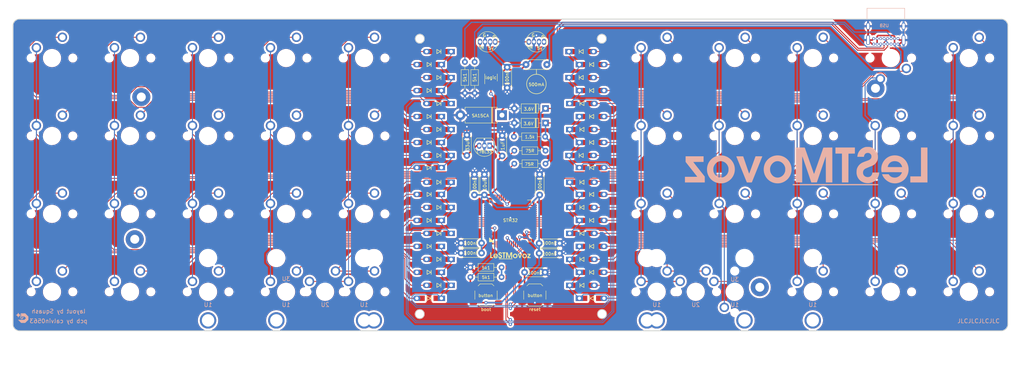
<source format=kicad_pcb>
(kicad_pcb (version 20221018) (generator pcbnew)
  (layers (0 "F.Cu" signal) (31 "B.Cu" signal) (34 "B.Paste" user) (35 "F.Paste" user) (36 "B.SilkS" user "B.Silkscreen") (37 "F.SilkS" user "F.Silkscreen") (38 "B.Mask" user) (39 "F.Mask" user) (44 "Edge.Cuts" user))
  (net 0 "")
  (net 1 "Net-(D11-A)")
  (net 2 "Net-(D12-A)")
  (net 3 "Net-(D13-A)")
  (net 4 "Net-(D14-A)")
  (net 5 "Net-(D15-A)")
  (net 6 "Net-(D16-A)")
  (net 7 "Net-(D17-A)")
  (net 8 "Net-(D18-A)")
  (net 9 "Net-(D19-A)")
  (net 10 "Net-(D20-A)")
  (net 11 "Net-(D21-A)")
  (net 12 "Net-(D22-A)")
  (net 13 "Net-(D23-A)")
  (net 14 "Net-(D24-A)")
  (net 15 "Net-(D25-A)")
  (net 16 "Net-(D26-A)")
  (net 17 "Net-(D27-A)")
  (net 18 "Net-(D28-A)")
  (net 19 "Net-(D29-A)")
  (net 20 "Net-(D30-A)")
  (net 21 "Net-(D31-A)")
  (net 22 "Net-(D1-A)")
  (net 23 "Net-(D32-A)")
  (net 24 "Net-(D2-A)")
  (net 25 "Net-(D33-A)")
  (net 26 "Net-(D3-A)")
  (net 27 "Net-(D34-A)")
  (net 28 "Net-(D4-A)")
  (net 29 "Net-(D35-A)")
  (net 30 "ROW0")
  (net 31 "Net-(D36-A)")
  (net 32 "Net-(D5-A)")
  (net 33 "Net-(D37-A)")
  (net 34 "Net-(D6-A)")
  (net 35 "Net-(D38-A)")
  (net 36 "Net-(D7-A)")
  (net 37 "Net-(D39-A)")
  (net 38 "Net-(D8-A)")
  (net 39 "Net-(D40-A)")
  (net 40 "Net-(D10-A)")
  (net 41 "+3V3")
  (net 42 "GND")
  (net 43 "NRST")
  (net 44 "+5V")
  (net 45 "VBUS")
  (net 46 "/CC1")
  (net 47 "D_USB_P")
  (net 48 "D_USB_N")
  (net 50 "/CC2")
  (net 52 "BOOT0")
  (net 53 "D_N")
  (net 54 "D_P")
  (net 55 "Net-(D9-A)")
  (net 56 "ROW1")
  (net 57 "ROW2")
  (net 58 "ROW3")
  (net 91 "COL0")
  (net 92 "COL1")
  (net 93 "COL2")
  (net 94 "COL3")
  (net 95 "COL4")
  (net 96 "COL5")
  (net 97 "COL6")
  (net 98 "COL7")
  (net 99 "COL8")
  (net 100 "COL9")
  (net 103 "Net-(D44-DOUT)")
  (net 104 "RGBin")
  (net 106 "RGB MCU")
  (net 107 "Net-(R6-Pad2)")
  (footprint "" (layer "F.Cu") (at 55.1375 42.8625)
    (fp_text reference "")
    (fp_text value "")
  )
  (footprint "kbd:D3_TH_SMD_v2" (layer "F.Cu") (at 162.54375 31.75)
    (fp_text reference "D6" hide)
    (fp_text value "D_Small" hide)
  )
  (footprint "PCM_marbastlib-various:SW_SPST_SKQG_WithStem" (layer "F.Cu") (at 151.2125 91.28125)
    (fp_text reference "RST1" hide)
    (fp_text value "SW_SPST")
  )
  (footprint "Resistor_THT:R_Axial_DIN0204_L3.6mm_D1.6mm_P7.62mm_Horizontal" (layer "F.Cu") (at 135.478264 84.517916)
    (fp_text reference "R7" hide)
    (fp_text value "5k1")
  )
  (footprint "Fuse:Fuse_Bourns_MF-RHT100" (layer "F.Cu") (at 154.15625 35.525 180)
    (fp_text reference "F1" hide)
    (fp_text value "500mA")
  )
  (footprint "Capacitor_THT:C_Disc_D4.3mm_W1.9mm_P5.00mm" (layer "F.Cu") (at 152.4 66.79375 90)
    (fp_text reference "C8" hide)
    (fp_text value "100nF")
  )
  (footprint "PCM_marbastlib-mx:SW_MX_1u" (layer "F.Cu") (at 90.4875 71.4375)
    (fp_text reference "MX24" hide)
    (fp_text value "MX_SW_solder")
  )
  (footprint "PCM_marbastlib-mx:SW_MX_1u" (layer "F.Cu") (at 257.175 33.3375)
    (fp_text reference "MX10" hide)
    (fp_text value "MX_SW_solder")
  )
  (footprint "Resistor_THT:R_Axial_DIN0204_L3.6mm_D1.6mm_P7.62mm_Horizontal" (layer "F.Cu") (at 136.525 34.29 -90)
    (fp_text reference "R4" hide)
    (fp_text value "5k1")
  )
  (footprint "PCM_marbastlib-mx:SW_MX_1u" (layer "F.Cu") (at 238.125 52.3875)
    (fp_text reference "MX19" hide)
    (fp_text value "MX_SW_solder")
  )
  (footprint "PCM_marbastlib-mx:SW_MX_1u" (layer "F.Cu") (at 109.5375 33.3375)
    (fp_text reference "MX5" hide)
    (fp_text value "MX_SW_solder")
  )
  (footprint "PCM_marbastlib-mx:SW_MX_1u" (layer "F.Cu") (at 180.975 33.3375)
    (fp_text reference "MX6" hide)
    (fp_text value "MX_SW_solder")
  )
  (footprint "kbd:D3_TH_SMD_v2" (layer "F.Cu") (at 125.4125 34.925 180)
    (fp_text reference "D4" hide)
    (fp_text value "D_Small" hide)
  )
  (footprint "PCM_marbastlib-mx:SW_MX_1u" (layer "F.Cu") (at 33.3375 71.4375)
    (fp_text reference "MX21" hide)
    (fp_text value "MX_SW_solder")
  )
  (footprint "MountingHole:MountingHole_2.2mm_M2_Pad" (layer "F.Cu") (at 234.3875 40.7365)
    (fp_text reference "H6")
    (fp_text value "MountingHole_Pad")
  )
  (footprint "PCM_marbastlib-mx:STAB_MX_P_2u" (layer "F.Cu") (at 190.5 90.4875 180)
    (fp_text reference "S1" hide)
    (fp_text value "2")
  )
  (footprint "Capacitor_THT:C_Disc_D4.3mm_W1.9mm_P5.00mm" (layer "F.Cu") (at 136.475 66.79375 90)
    (fp_text reference "C5" hide)
    (fp_text value "100nF")
  )
  (footprint "PCM_marbastlib-mx:SW_MX_1u" (layer "F.Cu") (at 90.4875 33.3375)
    (fp_text reference "MX4" hide)
    (fp_text value "MX_SW_solder")
  )
  (footprint "Capacitor_THT:C_Disc_D4.3mm_W1.9mm_P5.00mm" (layer "F.Cu") (at 138.211531 81.009836 180)
    (fp_text reference "C6" hide)
    (fp_text value "100nF")
  )
  (footprint "PCM_marbastlib-mx:SW_MX_1u" (layer "F.Cu") (at 180.975 90.4875)
    (fp_text reference "MX37" hide)
    (fp_text value "MX_SW_solder")
  )
  (footprint "PCM_marbastlib-mx:SW_MX_1u" (layer "F.Cu") (at 257.175 52.3875)
    (fp_text reference "MX20" hide)
    (fp_text value "MX_SW_solder")
  )
  (footprint "PCM_marbastlib-mx:STAB_MX_P_3u" (layer "F.Cu") (at 200.025 90.4875 180)
    (fp_text reference "S2" hide)
    (fp_text value "3")
  )
  (footprint "kbd:D3_TH_SMD_v2" (layer "F.Cu") (at 127.79375 50.8 180)
    (fp_text reference "D12" hide)
    (fp_text value "D_Small" hide)
  )
  (footprint "PCM_marbastlib-mx:SW_MX_1u" (layer "F.Cu") (at 200.025 71.4375)
    (fp_text reference "MX27" hide)
    (fp_text value "MX_SW_solder")
  )
  (footprint "PCM_marbastlib-mx:SW_MX_1u" (layer "F.Cu") (at 33.3375 33.3375)
    (fp_text reference "MX1" hide)
    (fp_text value "MX_SW_solder")
  )
  (footprint "PCM_marbastlib-mx:SW_MX_1u" (layer "F.Cu") (at 190.5 90.4875)
    (fp_text reference "MX38" hide)
    (fp_text value "MX_SW_solder")
  )
  (footprint "PCM_marbastlib-mx:SW_MX_1u" (layer "F.Cu") (at 52.3875 52.3875)
    (fp_text reference "MX12" hide)
    (fp_text value "MX_SW_solder")
  )
  (footprint "kbd:D3_TH_SMD_v2" (layer "F.Cu") (at 127.79375 38.1 180)
    (fp_text reference "D3" hide)
    (fp_text value "D_Small" hide)
  )
  (footprint "kbd:D3_TH_SMD_v2" (layer "F.Cu") (at 162.54375 38.1)
    (fp_text reference "D8" hide)
    (fp_text value "D_Small" hide)
  )
  (footprint "Resistor_THT:R_Axial_DIN0204_L3.6mm_D1.6mm_P7.62mm_Horizontal" (layer "F.Cu") (at 153.82875 55.98125 180)
    (fp_text reference "R3" hide)
    (fp_text value "75R")
  )
  (footprint "kbd:D3_TH_SMD_v2" (layer "F.Cu") (at 165.1 60.125)
    (fp_text reference "D16" hide)
    (fp_text value "D_Small" hide)
  )
  (footprint "PCM_marbastlib-mx:SW_MX_1u" (layer "F.Cu") (at 90.4875 90.4875)
    (fp_text reference "MX34" hide)
    (fp_text value "MX_SW_solder")
  )
  (footprint "Capacitor_THT:C_Disc_D4.3mm_W1.9mm_P5.00mm" (layer "F.Cu") (at 134.625429 52.15 -90)
    (fp_text reference "C1" hide)
    (fp_text value "0.33uF")
  )
  (footprint "kbd:D3_TH_SMD_v2" (layer "F.Cu") (at 165.1 41.275)
    (fp_text reference "D9" hide)
    (fp_text value "D_Small" hide)
  )
  (footprint "kbd:D3_TH_SMD_v2" (layer "F.Cu") (at 125.4125 66.675 180)
    (fp_text reference "D24" hide)
    (fp_text value "D_Small" hide)
  )
  (footprint "PCM_marbastlib-mx:SW_MX_1u" (layer "F.Cu") (at 238.125 90.4875)
    (fp_text reference "MX41" hide)
    (fp_text value "MX_SW_solder")
  )
  (footprint "kbd:D3_TH_SMD_v2" (layer "F.Cu") (at 165.1 85.725)
    (fp_text reference "D38" hide)
    (fp_text value "D_Small" hide)
  )
  (footprint "kbd:D3_TH_SMD_v2" (layer "F.Cu") (at 165.1 73.025)
    (fp_text reference "D29" hide)
    (fp_text value "D_Small" hide)
  )
  (footprint "Resistor_THT:R_Axial_DIN0204_L3.6mm_D1.6mm_P7.62mm_Horizontal" (layer "F.Cu") (at 134.14375 34.29 -90)
    (fp_text reference "R5" hide)
    (fp_text value "5k1")
  )
  (footprint "PCM_marbastlib-mx:SW_MX_1u" (layer "F.Cu") (at 219.075 71.4375)
    (fp_text reference "MX28" hide)
    (fp_text value "MX_SW_solder")
  )
  (footprint "PCM_marbastlib-mx:SW_MX_1u" (layer "F.Cu") (at 219.075 33.3375)
    (fp_text reference "MX8" hide)
    (fp_text value "MX_SW_solder")
  )
  (footprint "kbd:D3_TH_SMD_v2" (layer "F.Cu") (at 165.1 53.975)
    (fp_text reference "D18" hide)
    (fp_text value "D_Small" hide)
  )
  (footprint "PCM_marbastlib-mx:SW_MX_1u" (layer "F.Cu") (at 219.075 52.3875)
    (fp_text reference "MX18" hide)
    (fp_text value "MX_SW_solder")
  )
  (footprint "kbd:D3_TH_SMD_v2" (layer "F.Cu") (at 165.1 34.925)
    (fp_text reference "D7" hide)
    (fp_text value "D_Small" hide)
  )
  (footprint "kbd:D3_TH_SMD_v2" (layer "F.Cu") (at 127.79375 88.9 180)
    (fp_text reference "D34" hide)
    (fp_text value "D_Small" hide)
  )
  (footprint "kbd:D3_TH_SMD_v2" (layer "F.Cu") (at 165.1 47.625)
    (fp_text reference "D20" hide)
    (fp_text value "D_Small" hide)
  )
  (footprint "PCM_marbastlib-mx:SW_MX_1u" (layer "F.Cu") (at 71.4375 90.4875)
    (fp_text reference "MX33" hide)
    (fp_text value "MX_SW_solder")
  )
  (footprint "kbd:D3_TH_SMD_v2" (layer "F.Cu") (at 125.4125 53.975 180)
    (fp_text reference "D13" hide)
    (fp_text value "D_Small" hide)
  )
  (footprint "Diode_THT:D_DO-15_P10.16mm_Horizontal" (layer "F.Cu") (at 143.1925 47.300966 180)
    (fp_text reference "D41" hide)
    (fp_text value "SA15CA")
  )
  (footprint "Resistor_THT:R_Axial_DIN0204_L3.6mm_D1.6mm_P7.62mm_Horizontal" (layer "F.Cu") (at 153.82875 59.15625 180)
    (fp_text reference "R2" hide)
    (fp_text value "75R")
  )
  (footprint "kbd:D3_TH_SMD_v2" (layer "F.Cu") (at 125.4125 60.125 180)
    (fp_text reference "D15" hide)
    (fp_text value "D_Small" hide)
  )
  (footprint "PCM_marbastlib-mx:SW_MX_1u" (layer "F.Cu") (at 71.4375 71.4375)
    (fp_text reference "MX23" hide)
    (fp_text value "MX_SW_solder")
  )
  (footprint "kbd:D3_TH_SMD_v2" (layer "F.Cu") (at 125.4125 85.725 180)
    (fp_text reference "D33" hide)
    (fp_text value "D_Small" hide)
  )
  (footprint "Resistor_THT:R_Axial_DIN0204_L3.6mm_D1.6mm_P7.62mm_Horizontal" (layer "F.Cu") (at 153.72875 52.5625 180)
    (fp_text reference "R1" hide)
    (fp_text value "1.5k")
  )
  (footprint "kbd:D3_TH_SMD_v2" (layer "F.Cu") (at 162.71875 44.45)
    (fp_text reference "D10" hide)
    (fp_text value "D_Small" hide)
  )
  (footprint "kbd:D3_TH_SMD_v2" (layer "F.Cu") (at 165.1 92.075)
    (fp_text reference "D36" hide)
    (fp_text value "D_Small" hide)
  )
  (footprint "PCM_marbastlib-mx:SW_MX_1u" (layer "F.Cu") (at 90.4875 52.3875)
    (fp_text reference "MX14" hide)
    (fp_text value "MX_SW_solder")
  )
  (footprint "kbd:D3_TH_SMD_v2" (layer "F.Cu") (at 162.71875 50.8)
    (fp_text reference "D19" hide)
    (fp_text value "D_Small" hide)
  )
  (footprint "Diode_THT:D_DO-35_SOD27_P7.62mm_Horizontal" (layer "F.Cu") (at 153.82875 49.2125 180)
    (fp_text reference "D43" hide)
    (fp_text value "3.6V")
  )
  (footprint "LOGO" (layer "F.Cu") (at 145.25625 81.55)
    (fp_text reference "G***" hide)
    (fp_text value "LOGO" hide)
  )
  (footprint "kbd:D3_TH_SMD_v2" (layer "F.Cu") (at 127.79375 31.75 180)
    (fp_text reference "D5" hide)
    (fp_text value "D_Small" hide)
  )
  (footprint "Package_TO_SOT_THT:TO-92_Inline" (layer "F.Cu") (at 140.17625 54.76875 180)
    (fp_text reference "U2" hide)
    (fp_text value "L78L33_TO92")
  )
  (footprint "Capacitor_THT:C_Disc_D4.3mm_W1.9mm_P5.00mm" (layer "F.Cu") (at 138.90625 66.79375 90)
    (fp_text reference "C10" hide)
    (fp_text value "10uF")
  )
  (footprint "PCM_marbastlib-mx:STAB_MX_P_3u" (layer "F.Cu") (at 90.4875 90.4875 180)
    (fp_text reference "S3" hide)
    (fp_text value "3")
  )
  (footprint "kbd:D3_TH_SMD_v2" (layer "F.Cu") (at 127.79375 69.85 180)
    (fp_text reference "D23" hide)
    (fp_text value "D_Small" hide)
  )
  (footprint "PCM_marbastlib-mx:SW_MX_1u" (layer "F.Cu") (at 200.025 52.3875)
    (fp_text reference "MX17" hide)
    (fp_text value "MX_SW_solder")
  )
  (footprint "kbd:D3_TH_SMD_v2" (layer "F.Cu") (at 165.1 66.675)
    (fp_text reference "D27" hide)
    (fp_text value "D_Small" hide)
  )
  (footprint "kbd:D3_TH_SMD_v2" (layer "F.Cu") (at 125.4125 41.275 180)
    (fp_text reference "D2" hide)
    (fp_text value "D_Small" hide)
  )
  (footprint "Capacitor_THT:C_Disc_D4.3mm_W1.9mm_P5.00mm" (layer "F.Cu") (at 152.268053 78.635515)
    (fp_text reference "C9" hide)
    (fp_text value "100nF")
  )
  (footprint "PCM_marbastlib-mx:SW_MX_1u" (layer "F.Cu") (at 180.975 52.3875)
    (fp_text reference "MX16" hide)
    (fp_text value "MX_SW_solder")
  )
  (footprint "kbd:D3_TH_SMD_v2" (layer "F.Cu") (at 162.71875 82.55)
    (fp_text reference "D39" hide)
    (fp_text value "D_Small" hide)
  )
  (footprint "kbd:D3_TH_SMD_v2" (layer "F.Cu") (at 162.54375 57.15)
    (fp_text reference "D17" hide)
    (fp_text value "D_Small" hide)
  )
  (footprint "PCM_marbastlib-mx:SW_MX_1u" (layer "F.Cu") (at 33.3375 90.4875)
    (fp_text reference "MX31" hide)
    (fp_text value "MX_SW_solder")
  )
  (footprint "PCM_marbastlib-mx:STAB_MX_P_2u" (layer "F.Cu") (at 100.0125 90.4875 180)
    (fp_text reference "S4" hide)
    (fp_text value "2")
  )
  (footprint "kbd:D3_TH_SMD_v2" (layer "F.Cu") (at 165.1 79.375)
    (fp_text reference "D40" hide)
    (fp_text value "D_Small" hide)
  )
  (footprint "PCM_marbastlib-mx:SW_MX_1u" (layer "F.Cu") (at 180.975 71.4375)
    (fp_text reference "MX26" hide)
    (fp_text value "MX_SW_solder")
  )
  (footprint "kbd:D3_TH_SMD_v2" (layer "F.Cu") (at 127.79375 44.45 180)
    (fp_text reference "D1" hide)
    (fp_text value "D_Small" hide)
  )
  (footprint "Resistor_THT:R_Axial_DIN0204_L3.6mm_D1.6mm_P7.62mm_Horizontal" (layer "F.Cu") (at 135.478264 86.899166)
    (fp_text reference "R6" hide)
    (fp_text value "5k1")
  )
  (footprint "kbd:D3_TH_SMD_v2" (layer "F.Cu") (at 162.71875 76.2)
    (fp_text reference "D30" hide)
    (fp_text value "D_Small" hide)
  )
  (footprint "Capacitor_THT:C_Disc_D4.3mm_W1.9mm_P5.00mm" (layer "F.Cu") (at 138.211531 78.578586 180)
    (fp_text reference "C7" hide)
    (fp_text value "100nF")
  )
  (footprint "PCM_marbastlib-mx:SW_MX_1u" (layer "F.Cu") (at 52.3875 90.4875)
    (fp_text reference "MX32" hide)
    (fp_text value "MX_SW_solder")
  )
  (footprint "Package_TO_SOT_SMD:TSOT-23-5_HandSoldering" (layer "F.Cu") (at 140.49375 38.1 90)
    (fp_text reference "U3" hide)
    (fp_text value "74AHCT1G125")
  )
  (footprint "kbd:D3_TH_SMD_v2" (layer "F.Cu") (at 125.4125 79.375 180)
    (fp_text reference "D31" hide)
    (fp_text value "D_Small" hide)
  )
  (footprint "PCM_marbastlib-mx:SW_MX_1u" (layer "F.Cu") (at 71.4375 33.3375)
    (fp_text reference "MX3" hide)
    (fp_text value "MX_SW_solder")
  )
  (footprint "kbd:D3_TH_SMD_v2" (layer "F.Cu") (at 162.71875 69.85)
    (fp_text reference "D28" hide)
    (fp_text value "D_Small" hide)
  )
  (footprint "PCM_marbastlib-mx:SW_MX_1u" (layer "F.Cu") (at 238.125 71.4375)
    (fp_text reference "MX29" hide)
    (fp_text value "MX_SW_solder")
  )
  (footprint "PCM_marbastlib-mx:SW_MX_1u" (layer "F.Cu") (at 200.025 90.4875 90)
    (fp_text reference "MX39" hide)
    (fp_text value "MX_SW_solder")
  )
  (footprint "kbd:D3_TH_SMD_v2" (layer "F.Cu") (at 125.4125 47.625 180)
    (fp_text reference "D11" hide)
    (fp_text value "D_Small" hide)
  )
  (footprint "PCM_marbastlib-mx:SW_MX_1u" (layer "F.Cu") (at 200.025 33.3375)
    (fp_text reference "MX7" hide)
    (fp_text value "MX_SW_solder")
  )
  (footprint "PCM_marbastlib-mx:SW_MX_1u" (layer "F.Cu") (at 52.3875 71.4375)
    (fp_text reference "MX22" hide)
    (fp_text value "MX_SW_solder")
  )
  (footprint "PCM_marbastlib-mx:SW_MX_1u" (layer "F.Cu") (at 238.125 33.3375 180)
    (fp_text reference "MX9" hide)
    (fp_text value "MX_SW_solder")
  )
  (footprint "Diode_THT:D_DO-35_SOD27_P7.62mm_Horizontal" (layer "F.Cu") (at 153.82875 45.6625 180)
    (fp_text reference "D42" hide)
    (fp_text value "3.6V")
  )
  (footprint "Capacitor_THT:C_Disc_D4.3mm_W1.9mm_P5.00mm" (layer "F.Cu") (at 148.7125 85.725)
    (fp_text reference "C3" hide)
    (fp_text value "100nF")
  )
  (footprint "kbd:D3_TH_SMD_v2" (layer "F.Cu") (at 162.71875 88.9)
    (fp_text reference "D37" hide)
    (fp_text value "D_Small" hide)
  )
  (footprint "kbd:D3_TH_SMD_v2" (layer "F.Cu") (at 127.79375 76.2 180)
    (fp_text reference "D21" hide)
    (fp_text value "D_Small" hide)
  )
  (footprint "Capacitor_THT:C_Disc_D4.3mm_W1.9mm_P5.00mm" (layer "F.Cu") (at 152.268053 81.066765)
    (fp_text reference "C4" hide)
    (fp_text value "100nF")
  )
  (footprint "PCM_marbastlib-mx:SW_MX_1u" (layer "F.Cu") (at 109.5375 52.3875)
    (fp_text reference "MX15" hide)
    (fp_text value "MX_SW_solder")
  )
  (footprint "" (layer "F.Cu") (at 206.1375 89.3715)
    (fp_text reference "")
    (fp_text value "")
  )
  (footprint "" (layer "F.Cu") (at 53.5375 77.6365)
    (fp_text reference "")
    (fp_text value "")
  )
  (footprint "PCM_marbastlib-mx:SW_MX_1u" (layer "F.Cu") (at 109.5375 71.4375)
    (fp_text reference "MX25" hide)
    (fp_text value "MX_SW_solder")
  )
  (footprint "PCM_marbastlib-mx:SW_MX_1u" (layer "F.Cu") (at 100.0125 90.4875)
    (fp_text reference "MX36" hide)
    (fp_text value "MX_SW_solder")
  )
  (footprint "PCM_marbastlib-mx:SW_MX_1u" (layer "F.Cu") (at 71.4375 52.3875)
    (fp_text reference "MX13" hide)
    (fp_text value "MX_SW_solder")
  )
  (footprint "Package_QFP:LQFP-64_10x10mm_P0.5mm" (layer "F.Cu") (at 145.25625 73.15309 90)
    (fp_text reference "U1" hide)
    (fp_text value "STM32F072RBTx")
  )
  (footprint "PCM_marbastlib-mx:SW_MX_1u" (layer "F.Cu") (at 219.075 90.4875)
    (fp_text reference "MX40" hide)
    (fp_text value "MX_SW_solder")
  )
  (footprint "kbd:D3_TH_SMD_v2" (layer "F.Cu") (at 127.79375 63.7 180)
    (fp_text reference "D25" hide)
    (fp_text value "D_Small" hide)
  )
  (footprint "kbd:D3_TH_SMD_v2" (layer "F.Cu") (at 125.4125 73.025 180)
    (fp_text reference "D22" hide)
    (fp_text value "D_Small" hide)
  )
  (footprint "Capacitor_THT:C_Disc_D4.3mm_W1.9mm_P5.00mm" (layer "F.Cu") (at 144.4625 35.6 -90)
    (fp_text reference "C12" hide)
    (fp_text value "100nF")
  )
  (footprint "PCM_marbastlib-mx:SW_MX_1u" (layer "F.Cu") (at 52.3875 33.3375)
    (fp_text reference "MX2" hide)
    (fp_text value "MX_SW_solder")
  )
  (footprint "kbd:D3_TH_SMD_v2" (layer "F.Cu") (at 127.79375 82.55 180)
    (fp_text reference "D32" hide)
    (fp_text value "D_Small" hide)
  )
  (footprint "PCM_marbastlib-mx:SW_MX_1u" (layer "F.Cu") (at 33.3375 52.3875)
    (fp_text reference "MX11" hide)
    (fp_text value "MX_SW_solder")
  )
  (footprint "PCM_marbastlib-mx:SW_MX_1u" (layer "F.Cu") (at 257.175 90.4875)
    (fp_text reference "MX42" hide)
    (fp_text value "MX_SW_solder")
  )
  (footprint "PCM_marbastlib-mx:SW_MX_1u" (layer "F.Cu") (at 257.175 71.4375)
    (fp_text reference "MX30" hide)
    (fp_text value "MX_SW_solder")
  )
  (footprint "PCM_marbastlib-mx:SW_MX_1u" (layer "F.Cu") (at 109.5375 90.4875)
    (fp_text reference "MX35" hide)
    (fp_text value "MX_SW_solder")
  )
  (footprint "Capacitor_THT:C_Disc_D4.3mm_W1.9mm_P5.00mm" (layer "F.Cu") (at 143.250429 52.27686 -90)
    (fp_text reference "C2" hide)
    (fp_text value "1uF")
  )
  (footprint "kbd:D3_TH_SMD_v2" (layer "F.Cu") (at 127.79375 57.15 180)
    (fp_text reference "D14" hide)
    (fp_text value "D_Small" hide)
  )
  (footprint "PCM_marbastlib-various:SW_SPST_SKQG_WithStem" (layer "F.Cu") (at 139.3 91.28125 180)
    (fp_text reference "SW1" hide)
    (fp_text value "SKQGABE010")
  )
  (footprint "kbd:D3_TH_SMD_v2" (layer "F.Cu") (at 125.4125 92.075 180)
    (fp_text reference "D35" hide)
    (fp_text value "D_Small" hide)
  )
  (footprint "kbd:D3_TH_SMD_v2" (layer "F.Cu") (at 162.71875 63.7)
    (fp_text reference "D26" hide)
    (fp_text value "D_Small" hide)
  )
  (footprint "kbd:NeoPixel_bulb_5mm_Adafruit_1938" (layer "B.Cu") (at 139.7 29.36875)
    (fp_text reference "D44" hide)
    (fp_text value "WS2812D-F5 ")
  )
  (footprint "LOGO" (layer "B.Cu") (at 217.4875 59.53125 180)
    (fp_text reference "G***" hide)
    (fp_text value "LOGO" hide)
  )
  (footprint "kbd:NeoPixel_bulb_5mm_Adafruit_1938" (layer "B.Cu") (at 151.60625 29.36875)
    (fp_text reference "D45" hide)
    (fp_text value "WS2812D-F5 ")
  )
  (footprint "Connector_USB:USB_C_Receptacle_GCT_USB4085" (layer "B.Cu") (at 233.938179 29.91875)
    (fp_text reference "J1" hide)
    (fp_text value "USB_C_Receptacle_USB2.0")
  )
  (footprint "LOGO" (layer "B.Cu") (at 26.19375 96.8375 180)
    (fp_text reference "G***" hide)
    (fp_text value "LOGO" hide)
  )
  (gr_line (start 214.3125 64.29375) (end 234.95 64.29375) (stroke (width 0.3)) (layer "B.SilkS"))
  (gr_poly (pts (xy 140.14625 78.26309) (xy 140.14625 77.31309) (xy 141.09625 78.26309)) (stroke (width 0.15)) (fill solid) (layer "F.SilkS"))
  (gr_circle (center 151.60625 39.6875) (end 151.60625 42.06875) (stroke (width 0.15)) (fill none) (layer "F.SilkS"))
  (gr_line (start 151.60625 37.30625) (end 151.60625 36.116) (stroke (width 0.15)) (layer "F.SilkS"))
  (gr_line (start 142.5 82.44375) (end 145.7 82.44375) (stroke (width 0.15)) (layer "F.SilkS"))
  (gr_arc (start 23.8125 25.4) (mid 24.277497 24.277497) (end 25.4 23.8125) (stroke (width 0.2)) (layer "Edge.Cuts"))
  (gr_line (start 266.7 25.4) (end 266.7 98.425) (stroke (width 0.2)) (layer "Edge.Cuts"))
  (gr_line (start 265.1125 100.0125) (end 25.4 100.0125) (stroke (width 0.2)) (layer "Edge.Cuts"))
  (gr_circle locked (center 167.6278 95.9235) (end 168.7278 95.9235) (stroke (width 0.2)) (fill none) (layer "Edge.Cuts"))
  (gr_arc (start 266.7 98.425) (mid 266.235044 99.547566) (end 265.1125 100.0125) (stroke (width 0.2)) (layer "Edge.Cuts"))
  (gr_arc (start 25.4 100.0125) (mid 24.277468 99.547532) (end 23.8125 98.425) (stroke (width 0.2)) (layer "Edge.Cuts"))
  (gr_circle locked (center 123.1143 95.9235) (end 124.2143 95.9235) (stroke (width 0.2)) (fill none) (layer "Edge.Cuts"))
  (gr_line (start 25.4 23.8125) (end 265.1125 23.8125) (stroke (width 0.2)) (layer "Edge.Cuts"))
  (gr_line (start 23.8125 25.4) (end 23.8125 98.425) (stroke (width 0.2)) (layer "Edge.Cuts"))
  (gr_circle locked (center 123.1397 28.6135) (end 124.2397 28.6135) (stroke (width 0.2)) (fill none) (layer "Edge.Cuts"))
  (gr_arc (start 265.1125 23.8125) (mid 266.235035 24.27748) (end 266.7 25.4) (stroke (width 0.2)) (layer "Edge.Cuts"))
  (gr_circle locked (center 167.568 28.6135) (end 168.668 28.6135) (stroke (width 0.2)) (fill none) (layer "Edge.Cuts"))
  (gr_text "3U" (at 90.4875 87.3125) (layer "B.SilkS") (effects (font (size 1 1)) (justify mirror)))
  (gr_text "2U" (at 100.0125 93.6625) (layer "B.SilkS") (effects (font (size 1 1)) (justify mirror)))
  (gr_text "1U" (at 109.5375 93.6625) (layer "B.SilkS") (effects (font (size 1 1)) (justify mirror)))
  (gr_text "1U" (at 180.975 93.6625) (layer "B.SilkS") (effects (font (size 1 1)) (justify mirror)))
  (gr_text "layout by Squash" (at 34.925 95.25) (layer "B.SilkS") (effects (font (size 1 1)) (justify mirror)))
  (gr_text "USB" (at 236.5375 25.4) (layer "B.SilkS") (effects (font (size 0.75 0.75) (thickness 0.125) bold) (justify mirror)))
  (gr_text "2U" (at 190.5 93.6625) (layer "B.SilkS") (effects (font (size 1 1)) (justify mirror)))
  (gr_text "1U" (at 90.4875 93.6625) (layer "B.SilkS") (effects (font (size 1 1)) (justify mirror)))
  (gr_text "pcb by calvin0563\n" (at 34.925 97.63125) (layer "B.SilkS") (effects (font (size 1 1)) (justify mirror)))
  (gr_text "1U" (at 219.075 93.6625) (layer "B.SilkS") (effects (font (size 1 1)) (justify mirror)))
  (gr_text "1U" (at 200.025 93.6625) (layer "B.SilkS") (effects (font (size 1 1)) (justify mirror)))
  (gr_text "3U" (at 200.024999 87.454823) (layer "B.SilkS") (effects (font (size 1 1)) (justify mirror)))
  (gr_text "JLCJLCJLCJLC" (at 259.55625 97.63125) (layer "B.SilkS") (effects (font (size 1 1))))
  (gr_text "1U" (at 71.4375 93.6625) (layer "B.SilkS") (effects (font (size 1 1)) (justify mirror)))
  (gr_text "5k1" (at 139.294211 84.621946) (layer "F.SilkS") (effects (font (size 0.75 0.75) (thickness 0.125) bold)))
  (gr_text "500mA" (at 151.60625 39.816307) (layer "F.SilkS") (effects (font (size 0.75 0.75) (thickness 0.125) bold)))
  (gr_text "1.5k" (at 149.992349 52.606031) (layer "F.SilkS") (effects (font (size 0.75 0.75) (thickness 0.125) bold)))
  (gr_text "5k1" (at 136.525 38.1 90) (layer "F.SilkS") (effects (font (size 0.8 0.8) (thickness 0.125))))
  (gr_text "reset\n" (at 151.218121 94.780333) (layer "F.SilkS") (effects (font (size 0.75 0.75) (thickness 0.125) bold)))
  (gr_text "100nF" (at 154.778444 81.226148) (layer "F.SilkS") (effects (font (size 0.75 0.75) (thickness 0.125) bold)))
  (gr_text "STM32" (at 145.25625 73.025) (layer "F.SilkS") (effects (font (size 0.75 0.75) (thickness 0.125) bold)))
  (gr_text "1uF" (at 143.395389 54.76875 90) (layer "F.SilkS") (effects (font (size 0.8 0.8) (thickness 0.125))))
  (gr_text "100nF" (at 135.718053 81.026545) (layer "F.SilkS") (effects (font (size 0.75 0.75) (thickness 0.125) bold)))
  (gr_text "100nF" (at 151.228179 85.874439) (layer "F.SilkS") (effects (font (size 0.75 0.75) (thickness 0.125) bold)))
  (gr_text ".33uF" (at 134.801426 54.739417 90) (layer "F.SilkS") (effects (font (size 0.8 0.8) (thickness 0.125))))
  (gr_text "button" (at 151.251661 91.37284) (layer "F.SilkS") (effects (font (size 0.75 0.75) (thickness 0.125) bold)))
  (gr_text "75R" (at 150.009252 56.015071) (layer "F.SilkS") (effects (font (size 0.75 0.75) (thickness 0.125) bold)))
  (gr_text "100nF" (at 154.78125 78.58125) (layer "F.SilkS") (effects (font (size 0.75 0.75) (thickness 0.125) bold)))
  (gr_text "100nF" (at 152.482887 64.290932 90) (layer "F.SilkS") (effects (font (size 0.75 0.75) (thickness 0.125) bold)))
  (gr_text "100nF" (at 135.718053 78.635515) (layer "F.SilkS") (effects (font (size 0.75 0.75) (thickness 0.125) bold)))
  (gr_text "3.6V" (at 149.738818 45.794498) (layer "F.SilkS") (effects (font (size 0.75 0.75) (thickness 0.125) bold)))
  (gr_text "logic" (at 140.49375 38.1) (layer "F.SilkS") (effects (font (size 0.75 0.75) (thickness 0.125) bold)))
  (gr_text "button" (at 139.224343 91.39549) (layer "F.SilkS") (effects (font (size 0.75 0.75) (thickness 0.125) bold)))
  (gr_text "boot" (at 139.301495 94.801681) (layer "F.SilkS") (effects (font (size 0.75 0.75) (thickness 0.125) bold)))
  (gr_text "100nF" (at 144.4625 38.1 90) (layer "F.SilkS") (effects (font (size 0.75 0.75) (thickness 0.125) bold)))
  (gr_text "SA15CA" (at 137.923928 47.425) (layer "F.SilkS") (effects (font (size 0.75 0.75) (thickness 0.125) bold)))
  (gr_text "75R" (at 149.860011 59.293141) (layer "F.SilkS") (effects (font (size 0.75 0.75) (thickness 0.125) bold)))
  (gr_text "100nF" (at 136.560107 64.307117 90) (layer "F.SilkS") (effects (font (size 0.75 0.75) (thickness 0.125) bold)))
  (gr_text "5k1" (at 139.306615 86.962515) (layer "F.SilkS") (effects (font (size 0.75 0.75) (thickness 0.125) bold)))
  (gr_text "L78L33" (at 138.8791 56.2748) (layer "F.SilkS") (effects (font (size 0.7 0.7) (thickness 0.125) bold)))
  (gr_text "3.6V" (at 149.67121 49.360834) (layer "F.SilkS") (effects (font (size 0.75 0.75) (thickness 0.125) bold)))
  (gr_text "5k1" (at 134.14375 38.1 90) (layer "F.SilkS") (effects (font (size 0.8 0.8) (thickness 0.125))))
  (gr_text "10uF" (at 139.016534 64.317389 90) (layer "F.SilkS") (effects (font (size 0.8 0.8) (thickness 0.125))))
  (segment (start 39.9225 43.2625) (end 35.8775 47.3075) (width 0.2) (layer "F.Cu") (net 1))
  (segment (start 58.3375 43.2625) (end 115.603308 43.2625) (width 0.2) (layer "F.Cu") (net 1))
  (segment (start 56.2375 45.3625) (end 54.101966 45.3625) (width 0.2) (layer "F.Cu") (net 1))
  (segment (start 119.965806 47.625) (end 122.4125 47.625) (width 0.2) (layer "F.Cu") (net 1))
  (segment (start 58.3375 43.2625) (end 56.2375 45.3625) (width 0.2) (layer "F.Cu") (net 1))
  (segment (start 52.001966 43.2625) (end 39.9225 43.2625) (width 0.2) (layer "F.Cu") (net 1))
  (segment (start 115.603308 43.2625) (end 119.965806 47.625) (width 0.2) (layer "F.Cu") (net 1))
  (segment (start 54.101966 45.3625) (end 52.001966 43.2625) (width 0.2) (layer "F.Cu") (net 1))
  (segment (start 54.9275 47.3075) (end 58.5725 43.6625) (width 0.2) (layer "F.Cu") (net 2))
  (segment (start 118.275 46.49988) (end 118.275 49.2125) (width 0.2) (layer "F.Cu") (net 2))
  (segment (start 58.5725 43.6625) (end 115.437622 43.6625) (width 0.2) (layer "F.Cu") (net 2))
  (segment (start 119.8625 50.8) (end 124.79375 50.8) (width 0.2) (layer "F.Cu") (net 2))
  (segment (start 118.275 49.2125) (end 119.8625 50.8) (width 0.2) (layer "F.Cu") (net 2))
  (segment (start 115.437622 43.6625) (end 118.275 46.49988) (width 0.2) (layer "F.Cu") (net 2))
  (segment (start 73.9775 47.3075) (end 77.2225 44.0625) (width 0.2) (layer "F.Cu") (net 3))
  (segment (start 77.2225 44.0625) (end 115.271936 44.0625) (width 0.2) (layer "F.Cu") (net 3))
  (segment (start 115.271936 44.0625) (end 117.875 46.665565) (width 0.2) (layer "F.Cu") (net 3))
  (segment (start 117.875 52.7875) (end 119.0625 53.975) (width 0.2) (layer "F.Cu") (net 3))
  (segment (start 119.0625 53.975) (end 122.4125 53.975) (width 0.2) (layer "F.Cu") (net 3))
  (segment (start 117.875 46.665565) (end 117.875 52.7875) (width 0.2) (layer "F.Cu") (net 3))
  (segment (start 117.475 46.83125) (end 117.475 55.5625) (width 0.2) (layer "F.Cu") (net 4))
  (segment (start 95.8725 44.4625) (end 115.10625 44.4625) (width 0.2) (layer "F.Cu") (net 4))
  (segment (start 117.475 55.5625) (end 119.0625 57.15) (width 0.2) (layer "F.Cu") (net 4))
  (segment (start 115.10625 44.4625) (end 117.475 46.83125) (width 0.2) (layer "F.Cu") (net 4))
  (segment (start 119.0625 57.15) (end 124.79375 57.15) (width 0.2) (layer "F.Cu") (net 4))
  (segment (start 93.0275 47.3075) (end 95.8725 44.4625) (width 0.2) (layer "F.Cu") (net 4))
  (segment (start 117.075 46.996936) (end 117.075 58.3375) (width 0.2) (layer "F.Cu") (net 5))
  (segment (start 114.940564 44.8625) (end 117.075 46.996936) (width 0.2) (layer "F.Cu") (net 5))
  (segment (start 112.0775 47.3075) (end 114.5225 44.8625) (width 0.2) (layer "F.Cu") (net 5))
  (segment (start 119.0625 60.325) (end 122.4125 60.325) (width 0.2) (layer "F.Cu") (net 5))
  (segment (start 114.5225 44.8625) (end 114.940564 44.8625) (width 0.2) (layer "F.Cu") (net 5))
  (segment (start 117.075 58.3375) (end 119.0625 60.325) (width 0.2) (layer "F.Cu") (net 5))
  (segment (start 173.0375 60.325) (end 168.1 60.325) (width 0.2) (layer "F.Cu") (net 6))
  (segment (start 174.23125 59.13125) (end 173.0375 60.325) (width 0.2) (layer "F.Cu") (net 6))
  (segment (start 175.584436 44.8625) (end 174.23125 46.215686) (width 0.2) (layer "F.Cu") (net 6))
  (segment (start 174.23125 46.215686) (end 174.23125 59.13125) (width 0.2) (layer "F.Cu") (net 6))
  (segment (start 183.515 47.3075) (end 181.07 44.8625) (width 0.2) (layer "F.Cu") (net 6))
  (segment (start 181.07 44.8625) (end 175.584436 44.8625) (width 0.2) (layer "F.Cu") (net 6))
  (segment (start 173.83125 46.05) (end 173.83125 55.5625) (width 0.2) (layer "F.Cu") (net 7))
  (segment (start 175.41875 44.4625) (end 199.72 44.4625) (width 0.2) (layer "F.Cu") (net 7))
  (segment (start 172.24375 57.15) (end 165.54375 57.15) (width 0.2) (layer "F.Cu") (net 7))
  (segment (start 175.41875 44.4625) (end 173.83125 46.05) (width 0.2) (layer "F.Cu") (net 7))
  (segment (start 173.83125 55.5625) (end 172.24375 57.15) (width 0.2) (layer "F.Cu") (net 7))
  (segment (start 202.565 47.3075) (end 199.72 44.4625) (width 0.2) (layer "F.Cu") (net 7))
  (segment (start 172.24375 53.975) (end 167.30625 53.975) (width 0.2) (layer "F.Cu") (net 8))
  (segment (start 221.615 47.3075) (end 218.37 44.0625) (width 0.2) (layer "F.Cu") (net 8))
  (segment (start 175.253064 44.0625) (end 218.37 44.0625) (width 0.2) (layer "F.Cu") (net 8))
  (segment (start 175.253064 44.0625) (end 173.43125 45.884315) (width 0.2) (layer "F.Cu") (net 8))
  (segment (start 173.43125 45.884315) (end 173.43125 52.7875) (width 0.2) (layer "F.Cu") (net 8))
  (segment (start 173.43125 52.7875) (end 172.24375 53.975) (width 0.2) (layer "F.Cu") (net 8))
  (segment (start 175.087378 43.6625) (end 237.02 43.6625) (width 0.2) (layer "F.Cu") (net 9))
  (segment (start 173.03125 45.71863) (end 173.03125 50.0125) (width 0.2) (layer "F.Cu") (net 9))
  (segment (start 173.03125 50.0125) (end 172.24375 50.8) (width 0.2) (layer "F.Cu") (net 9))
  (segment (start 172.24375 50.8) (end 165.71875 50.8) (width 0.2) (layer "F.Cu") (net 9))
  (segment (start 175.087378 43.6625) (end 173.03125 45.71863) (width 0.2) (layer "F.Cu") (net 9))
  (segment (start 240.665 47.3075) (end 237.02 43.6625) (width 0.2) (layer "F.Cu") (net 9))
  (segment (start 174.921692 43.2625) (end 255.67 43.2625) (width 0.2) (layer "F.Cu") (net 10))
  (segment (start 170.559195 47.625) (end 174.921692 43.2625) (width 0.2) (layer "F.Cu") (net 10))
  (segment (start 168.1 47.625) (end 170.559195 47.625) (width 0.2) (layer "F.Cu") (net 10))
  (segment (start 259.715 47.3075) (end 255.67 43.2625) (width 0.2) (layer "F.Cu") (net 10))
  (segment (start 119.0625 76.2) (end 124.79375 76.2) (width 0.2) (layer "F.Cu") (net 11))
  (segment (start 117.3739 77.8886) (end 119.0625 76.2) (width 0.2) (layer "F.Cu") (net 11))
  (segment (start 68.687354 80.5365) (end 71.335256 77.8886) (width 0.2) (layer "F.Cu") (net 11))
  (segment (start 35.8775 66.3575) (end 30.01689 66.3575) (width 0.2) (layer "F.Cu") (net 11))
  (segment (start 28.94275 80.5365) (end 68.687354 80.5365) (width 0.2) (layer "F.Cu") (net 11))
  (segment (start 71.335256 77.8886) (end 117.3739 77.8886) (width 0.2) (layer "F.Cu") (net 11))
  (segment (start 26.9875 78.58125) (end 28.94275 80.5365) (width 0.2) (layer "F.Cu") (net 11))
  (segment (start 30.01689 66.3575) (end 26.9875 69.38689) (width 0.2) (layer "F.Cu") (net 11))
  (segment (start 26.9875 69.38689) (end 26.9875 78.58125) (width 0.2) (layer "F.Cu") (net 11))
  (segment (start 89.598745 77.473071) (end 89.614274 77.4886) (width 0.2) (layer "F.Cu") (net 12))
  (segment (start 49.06689 66.3575) (end 46.0375 69.38689) (width 0.2) (layer "F.Cu") (net 12))
  (segment (start 120.65 73.025) (end 122.4125 73.025) (width 0.2) (layer "F.Cu") (net 12))
  (segment (start 54.9275 66.3575) (end 49.06689 66.3575) (width 0.2) (layer "F.Cu") (net 12))
  (segment (start 46.0375 77.7875) (end 48.3865 80.1365) (width 0.2) (layer "F.Cu") (net 12))
  (segment (start 68.521668 80.1365) (end 71.1851 77.473071) (width 0.2) (layer "F.Cu") (net 12))
  (segment (start 48.3865 80.1365) (end 68.521668 80.1365) (width 0.2) (layer "F.Cu") (net 12))
  (segment (start 119.0625 75.634314) (end 119.0625 74.6125) (width 0.2) (layer "F.Cu") (net 12))
  (segment (start 71.1851 77.473071) (end 89.598745 77.473071) (width 0.2) (layer "F.Cu") (net 12))
  (segment (start 46.0375 69.38689) (end 46.0375 77.7875) (width 0.2) (layer "F.Cu") (net 12))
  (segment (start 89.614274 77.4886) (end 117.208214 77.4886) (width 0.2) (layer "F.Cu") (net 12))
  (segment (start 119.0625 74.6125) (end 120.65 73.025) (width 0.2) (layer "F.Cu") (net 12))
  (segment (start 117.208214 77.4886) (end 119.0625 75.634314) (width 0.2) (layer "F.Cu") (net 12))
  (segment (start 117.042528 77.0886) (end 118.6625 75.468628) (width 0.2) (layer "F.Cu") (net 13))
  (segment (start 68.11689 66.3575) (end 65.0875 69.38689) (width 0.2) (layer "F.Cu") (net 13))
  (segment (start 68.355982 79.7365) (end 71.019415 77.073071) (width 0.2) (layer "F.Cu") (net 13))
  (segment (start 118.6625 75.468628) (end 118.6625 71.04375) (width 0.2) (layer "F.Cu") (net 13))
  (segment (start 118.6625 71.04375) (end 119.85625 69.85) (width 0.2) (layer "F.Cu") (net 13))
  (segment (start 73.9775 66.3575) (end 68.11689 66.3575) (width 0.2) (layer "F.Cu") (net 13))
  (segment (start 116.68125 77.0886) (end 117.042528 77.0886) (width 0.2) (layer "F.Cu") (net 13))
  (segment (start 71.019415 77.073071) (end 116.665721 77.073071) (width 0.2) (layer "F.Cu") (net 13))
  (segment (start 116.665721 77.073071) (end 116.68125 77.0886) (width 0.2) (layer "F.Cu") (net 13))
  (segment (start 65.0875 77.7875) (end 67.0365 79.7365) (width 0.2) (layer "F.Cu") (net 13))
  (segment (start 119.85625 69.85) (end 124.79375 69.85) (width 0.2) (layer "F.Cu") (net 13))
  (segment (start 67.0365 79.7365) (end 68.355982 79.7365) (width 0.2) (layer "F.Cu") (net 13))
  (segment (start 65.0875 69.38689) (end 65.0875 77.7875) (width 0.2) (layer "F.Cu") (net 13))
  (segment (start 118.2625 75.302942) (end 118.2625 68.2625) (width 0.2) (layer "F.Cu") (net 14))
  (segment (start 87.16689 66.3575) (end 84.1375 69.38689) (width 0.2) (layer "F.Cu") (net 14))
  (segment (start 93.0275 66.3575) (end 87.16689 66.3575) (width 0.2) (layer "F.Cu") (net 14))
  (segment (start 84.1375 69.38689) (end 84.1375 75.40625) (width 0.2) (layer "F.Cu") (net 14))
  (segment (start 118.26875 68.2625) (end 119.85625 66.675) (width 0.2) (layer "F.Cu") (net 14))
  (segment (start 118.2625 68.2625) (end 118.26875 68.2625) (width 0.2) (layer "F.Cu") (net 14))
  (segment (start 84.1375 75.40625) (end 85.404321 76.673071) (width 0.2) (layer "F.Cu") (net 14))
  (segment (start 116.892371 76.673071) (end 118.2625 75.302942) (width 0.2) (layer "F.Cu") (net 14))
  (segment (start 85.404321 76.673071) (end 116.892371 76.673071) (width 0.2) (layer "F.Cu") (net 14))
  (segment (start 119.85625 66.675) (end 122.4125 66.675) (width 0.2) (layer "F.Cu") (net 14))
  (segment (start 103.1875 75.40625) (end 104.054321 76.273071) (width 0.2) (layer "F.Cu") (net 15))
  (segment (start 103.1875 69.38689) (end 103.1875 75.40625) (width 0.2) (layer "F.Cu") (net 15))
  (segment (start 104.775 76.2) (end 104.848071 76.273071) (width 0.2) (layer "F.Cu") (net 15))
  (segment (start 104.775 76.273071) (end 104.775 76.2) (width 0.2) (layer "F.Cu") (net 15))
  (segment (start 116.726685 76.273071) (end 117.8625 75.137256) (width 0.2) (layer "F.Cu") (net 15))
  (segment (start 119.85625 63.5) (end 124.79375 63.5) (width 0.2) (layer "F.Cu") (net 15))
  (segment (start 106.21689 66.3575) (end 103.1875 69.38689) (width 0.2) (layer "F.Cu") (net 15))
  (segment (start 117.8625 65.49375) (end 119.85625 63.5) (width 0.2) (layer "F.Cu") (net 15))
  (segment (start 104.054321 76.273071) (end 104.775 76.273071) (width 0.2) (layer "F.Cu") (net 15))
  (segment (start 112.0775 66.3575) (end 106.21689 66.3575) (width 0.2) (layer "F.Cu") (net 15))
  (segment (start 117.8625 75.137256) (end 117.8625 65.49375) (width 0.2) (layer "F.Cu") (net 15))
  (segment (start 104.848071 76.273071) (end 116.726685 76.273071) (width 0.2) (layer "F.Cu") (net 15))
  (segment (start 185.7375 76.2886) (end 174.7136 76.2886) (width 0.2) (layer "F.Cu") (net 16))
  (segment (start 174.7136 76.2886) (end 173.83125 75.40625) (width 0.2) (layer "F.Cu") (net 16))
  (segment (start 173.83125 75.40625) (end 173.83125 65.88125) (width 0.2) (layer "F.Cu") (net 16))
  (segment (start 173.83125 65.88125) (end 171.45 63.5) (width 0.2) (layer "F.Cu") (net 16))
  (segment (start 187.28 70.1225) (end 187.28 74.7461) (width 0.2) (layer "F.Cu") (net 16))
  (segment (start 183.515 66.3575) (end 187.28 70.1225) (width 0.2) (layer "F.Cu") (net 16))
  (segment (start 171.45 63.5) (end 165.71875 63.5) (width 0.2) (layer "F.Cu") (net 16))
  (segment (start 187.28 74.7461) (end 185.7375 76.2886) (width 0.2) (layer "F.Cu") (net 16))
  (segment (start 205.541371 76.6886) (end 174.547914 76.6886) (width 0.2) (layer "F.Cu") (net 17))
  (segment (start 206.375 75.854971) (end 205.541371 76.6886) (width 0.2) (layer "F.Cu") (net 17))
  (segment (start 206.375 70.1675) (end 206.375 75.854971) (width 0.2) (layer "F.Cu") (net 17))
  (segment (start 202.565 66.3575) (end 206.375 70.1675) (width 0.2) (layer "F.Cu") (net 17))
  (segment (start 173.393869 67.825119) (end 172.24375 66.675) (width 0.2) (layer "F.Cu") (net 17))
  (segment (start 174.547914 76.6886) (end 173.393869 75.534554) (width 0.2) (layer "F.Cu") (net 17))
  (segment (start 173.393869 75.534554) (end 173.393869 67.825119) (width 0.2) (layer "F.Cu") (net 17))
  (segment (start 172.24375 66.675) (end 168.1 66.675) (width 0.2) (layer "F.Cu") (net 17))
  (segment (start 174.382228 77.0886) (end 172.993869 75.700239) (width 0.2) (layer "F.Cu") (net 18))
  (segment (start 172.993869 71.393869) (end 171.45 69.85) (width 0.2) (layer "F.Cu") (net 18))
  (segment (start 221.615 66.3575) (end 225.425 70.1675) (width 0.2) (layer "F.Cu") (net 18))
  (segment (start 225.425 76.2) (end 224.5364 77.0886) (width 0.2) (layer "F.Cu") (net 18))
  (segment (start 224.5364 77.0886) (end 174.382228 77.0886) (width 0.2) (layer "F.Cu") (net 18))
  (segment (start 171.45 69.85) (end 164.49375 69.85) (width 0.2) (layer "F.Cu") (net 18))
  (segment (start 172.993869 75.700239) (end 172.993869 71.393869) (width 0.2) (layer "F.Cu") (net 18))
  (segment (start 225.425 70.1675) (end 225.425 76.2) (width 0.2) (layer "F.Cu") (net 18))
  (segment (start 172.593869 73.375119) (end 172.24375 73.025) (width 0.2) (layer "F.Cu") (net 19))
  (segment (start 243.1864 77.4886) (end 174.216542 77.4886) (width 0.2) (layer "F.Cu") (net 19))
  (segment (start 172.24375 73.025) (end 168.1 73.025) (width 0.2) (layer "F.Cu") (net 19))
  (segment (start 244.449122 76.225878) (end 243.1864 77.4886) (width 0.2) (layer "F.Cu") (net 19))
  (segment (start 244.449122 70.141622) (end 244.449122 76.225878) (width 0.2) (layer "F.Cu") (net 19))
  (segment (start 240.665 66.3575) (end 244.449122 70.141622) (width 0.2) (layer "F.Cu") (net 19))
  (segment (start 172.593869 75.865924) (end 172.593869 73.375119) (width 0.2) (layer "F.Cu") (net 19))
  (segment (start 174.216542 77.4886) (end 172.593869 75.865924) (width 0.2) (layer "F.Cu") (net 19))
  (segment (start 172.362258 76.2) (end 165.71875 76.2) (width 0.2) (layer "F.Cu") (net 20))
  (segment (start 263.525 76.99375) (end 262.63015 77.8886) (width 0.2) (layer "F.Cu") (net 20))
  (segment (start 259.715 66.3575) (end 263.525 70.1675) (width 0.2) (layer "F.Cu") (net 20))
  (segment (start 174.050856 77.888599) (end 172.362258 76.2) (width 0.2) (layer "F.Cu") (net 20))
  (segment (start 262.63015 77.8886) (end 174.050856 77.888599) (width 0.2) (layer "F.Cu") (net 20))
  (segment (start 263.525 70.1675) (end 263.525 76.99375) (width 0.2) (layer "F.Cu") (net 20))
  (segment (start 71.500941 78.2886) (end 117.063844 78.2886) (width 0.2) (layer "F.Cu") (net 21))
  (segment (start 118.150244 79.375) (end 122.4125 79.375) (width 0.2) (layer "F.Cu") (net 21))
  (segment (start 35.8775 85.4075) (end 40.3485 80.9365) (width 0.2) (layer "F.Cu") (net 21))
  (segment (start 40.3485 80.9365) (end 68.85304 80.9365) (width 0.2) (layer "F.Cu") (net 21))
  (segment (start 117.063844 78.2886) (end 118.150244 79.375) (width 0.2) (layer "F.Cu") (net 21))
  (segment (start 68.85304 80.9365) (end 71.500941 78.2886) (width 0.2) (layer "F.Cu") (net 21))
  (segment (start 58.7375 42.8625) (end 123.20625 42.8625) (width 0.2) (layer "F.Cu") (net 22))
  (segment (start 29.36875 42.8625) (end 51.59375 42.8625) (width 0.2) (layer "F.Cu") (net 22))
  (segment (start 56.2375 40.3625) (end 58.7375 42.8625) (width 0.2) (layer "F.Cu") (net 22))
  (segment (start 26.9875 31.28689) (end 26.9875 40.48125) (width 0.2) (layer "F.Cu") (net 22))
  (segment (start 123.20625 42.8625) (end 124.79375 44.45) (width 0.2) (layer "F.Cu") (net 22))
  (segment (start 30.01689 28.2575) (end 26.9875 31.28689) (width 0.2) (layer "F.Cu") (net 22))
  (segment (start 54.09375 40.3625) (end 56.2375 40.3625) (width 0.2) (layer "F.Cu") (net 22))
  (segment (start 51.59375 42.8625) (end 54.09375 40.3625) (width 0.2) (layer "F.Cu") (net 22))
  (segment (start 26.9875 40.48125) (end 29.36875 42.8625) (width 0.2) (layer "F.Cu") (net 22))
  (segment (start 35.8775 28.2575) (end 30.01689 28.2575) (width 0.2) (layer "F.Cu") (net 22))
  (segment (start 64.947725 85.4075) (end 71.666626 78.6886) (width 0.2) (layer "F.Cu") (net 23))
  (segment (start 54.9275 85.4075) (end 64.947725 85.4075) (width 0.2) (layer "F.Cu") (net 23))
  (segment (start 120.759556 82.55) (end 124.79375 82.55) (width 0.2) (layer "F.Cu") (net 23))
  (segment (start 116.898158 78.6886) (end 120.759556 82.55) (width 0.2) (layer "F.Cu") (net 23))
  (segment (start 71.666626 78.6886) (end 116.898158 78.6886) (width 0.2) (layer "F.Cu") (net 23))
  (segment (start 46.0375 31.28689) (end 46.0375 40.48125) (width 0.2) (layer "F.Cu") (net 24))
  (segment (start 58.903185 42.4625) (end 115.590808 42.4625) (width 0.2) (layer "F.Cu") (net 24))
  (segment (start 51.428064 42.4625) (end 53.928065 39.9625) (width 0.2) (layer "F.Cu") (net 24))
  (segment (start 56.403185 39.9625) (end 58.903185 42.4625) (width 0.2) (layer "F.Cu") (net 24))
  (segment (start 46.0375 40.48125) (end 48.01875 42.4625) (width 0.2) (layer "F.Cu") (net 24))
  (segment (start 53.928065 39.9625) (end 56.403185 39.9625) (width 0.2) (layer "F.Cu") (net 24))
  (segment (start 115.590808 42.4625) (end 116.778308 41.275) (width 0.2) (layer "F.Cu") (net 24))
  (segment (start 116.778308 41.275) (end 122.4125 41.275) (width 0.2) (layer "F.Cu") (net 24))
  (segment (start 48.01875 42.4625) (end 51.428064 42.4625) (width 0.2) (layer "F.Cu") (net 24))
  (segment (start 54.9275 28.2575) (end 49.06689 28.2575) (width 0.2) (layer "F.Cu") (net 24))
  (segment (start 49.06689 28.2575) (end 46.0375 31.28689) (width 0.2) (layer "F.Cu") (net 24))
  (segment (start 116.732472 79.0886) (end 119.8625 82.21863) (width 0.2) (layer "F.Cu") (net 25))
  (segment (start 119.8625 82.21863) (end 119.8625 84.1375) (width 0.2) (layer "F.Cu") (net 25))
  (segment (start 121.45 85.725) (end 122.4125 85.725) (width 0.2) (layer "F.Cu") (net 25))
  (segment (start 119.8625 84.1375) (end 121.45 85.725) (width 0.2) (layer "F.Cu") (net 25))
  (segment (start 73.9775 85.4075) (end 80.2964 79.0886) (width 0.2) (layer "F.Cu") (net 25))
  (segment (start 80.2964 79.0886) (end 116.732472 79.0886) (width 0.2) (layer "F.Cu") (net 25))
  (segment (start 119.387622 38.1) (end 124.79375 38.1) (width 0.2) (layer "F.Cu") (net 26))
  (segment (start 65.0875 30.95625) (end 65.0875 40.48125) (width 0.2) (layer "F.Cu") (net 26))
  (segment (start 65.0875 40.48125) (end 66.66875 42.0625) (width 0.2) (layer "F.Cu") (net 26))
  (segment (start 66.66875 42.0625) (end 115.425122 42.0625) (width 0.2) (layer "F.Cu") (net 26))
  (segment (start 67.78625 28.2575) (end 65.0875 30.95625) (width 0.2) (layer "F.Cu") (net 26))
  (segment (start 73.9775 28.2575) (end 67.78625 28.2575) (width 0.2) (layer "F.Cu") (net 26))
  (segment (start 115.425122 42.0625) (end 119.387622 38.1) (width 0.2) (layer "F.Cu") (net 26))
  (segment (start 119.4625 87.3125) (end 121.05 88.9) (width 0.2) (layer "F.Cu") (net 27))
  (segment (start 119.4625 82.384315) (end 119.4625 87.3125) (width 0.2) (layer "F.Cu") (net 27))
  (segment (start 116.566786 79.4886) (end 119.4625 82.384315) (width 0.2) (layer "F.Cu") (net 27))
  (segment (start 121.05 88.9) (end 124.79375 88.9) (width 0.2) (layer "F.Cu") (net 27))
  (segment (start 98.9464 79.4886) (end 116.566786 79.4886) (width 0.2) (layer "F.Cu") (net 27))
  (segment (start 93.0275 85.4075) (end 98.9464 79.4886) (width 0.2) (layer "F.Cu") (net 27))
  (segment (start 117.875 39.046935) (end 117.875 36.1125) (width 0.2) (layer "F.Cu") (net 28))
  (segment (start 115.259436 41.6625) (end 117.875 39.046935) (width 0.2) (layer "F.Cu") (net 28))
  (segment (start 84.1375 40.48125) (end 85.31875 41.6625) (width 0.2) (layer "F.Cu") (net 28))
  (segment (start 119.0625 34.925) (end 122.4125 34.925) (width 0.2) (layer "F.Cu") (net 28))
  (segment (start 84.1375 31.28689) (end 84.1375 40.48125) (width 0.2) (layer "F.Cu") (net 28))
  (segment (start 85.31875 41.6625) (end 115.259436 41.6625) (width 0.2) (layer "F.Cu") (net 28))
  (segment (start 93.0275 28.2575) (end 87.16689 28.2575) (width 0.2) (layer "F.Cu") (net 28))
  (segment (start 87.16689 28.2575) (end 84.1375 31.28689) (width 0.2) (layer "F.Cu") (net 28))
  (segment (start 117.875 36.1125) (end 119.0625 34.925) (width 0.2) (layer "F.Cu") (net 28))
  (segment (start 120.65 92.075) (end 122.4125 92.075) (width 0.2) (layer "F.Cu") (net 29))
  (segment (start 119.0625 82.55) (end 119.0625 90.4875) (width 0.2) (layer "F.Cu") (net 29))
  (segment (start 108.0714 79.8886) (end 116.4011 79.8886) (width 0.2) (layer "F.Cu") (net 29))
  (segment (start 119.0625 90.4875) (end 120.65 92.075) (width 0.2) (layer "F.Cu") (net 29))
  (segment (start 116.4011 79.8886) (end 119.0625 82.55) (width 0.2) (layer "F.Cu") (net 29))
  (segment (start 112.0775 85.4075) (end 102.5525 85.4075) (width 0.2) (layer "F.Cu") (net 29))
  (segment (start 102.5525 85.4075) (end 108.0714 79.8886) (width 0.2) (layer "F.Cu") (net 29))
  (segment (start 144.15625 81.849106) (end 142.00625 79.699106) (width 0.2) (layer "F.Cu") (net 30))
  (segment (start 145.25625 98.425) (end 144.15625 97.325) (width 0.2) (layer "F.Cu") (net 30))
  (segment (start 144.15625 97.325) (end 144.15625 81.849106) (width 0.2) (layer "F.Cu") (net 30))
  (segment (start 142.00625 79.699106) (end 142.00625 78.82809) (width 0.2) (layer "F.Cu") (net 30))
  (via (at 145.25625 98.425) (size 0.8) (drill 0.4) (layers "F.Cu" "B.Cu") (net 30))
  (segment (start 162.1 41.275) (end 159.54375 38.71875) (width 0.2) (layer "B.Cu") (net 30))
  (segment (start 122.071814 98.03125) (end 119.85 95.809435) (width 0.2) (layer "B.Cu") (net 30))
  (segment (start 129.84375 43.5) (end 130.79375 44.45) (width 0.2) (layer "B.Cu") (net 30))
  (segment (start 130.79375 38.89375) (end 130.79375 38.1) (width 0.25) (layer "B.Cu") (net 30))
  (segment (start 162.1 34.925) (end 159.54375 32.36875) (width 0.2) (layer "B.Cu") (net 30))
  (segment (start 128.4125 35.71875) (end 128.4125 34.925) (width 0.2) (layer "B.Cu") (net 30))
  (segment (start 122.071814 98.03125) (end 144.8625 98.03125) (width 0.2) (layer "B.Cu") (net 30))
  (segment (start 145.65 98.03125) (end 145.25625 98.425) (width 0.2) (layer "B.Cu") (net 30))
  (segment (start 160.66875 43.5) (end 168.9125 43.5) (width 0.2) (layer "B.Cu") (net 30))
  (segment (start 168.9125 43.5) (end 170.489 45.0765) (width 0.2) (layer "B.Cu") (net 30))
  (segment (start 170.489 45.0765) (end 170.489 95.331974) (width 0.2) (layer "B.Cu") (net 30))
  (segment (start 159.71875 44.45) (end 160.66875 43.5) (width 0.2) (layer "B.Cu") (net 30))
  (segment (start 159.54375 38.71875) (end 159.54375 38.1) (width 0.2) (layer "B.Cu") (net 30))
  (segment (start 162.1 35.54375) (end 162.1 34.925) (width 0.2) (layer "B.Cu") (net 30))
  (segment (start 130.79375 32.54375) (end 130.79375 31.75) (width 0.2) (layer "B.Cu") (net 30))
  (segment (start 121.6 43.5) (end 129.84375 43.5) (width 0.2) (layer "B.Cu") (net 30))
  (segment (start 128.4125 34.925) (end 130.79375 32.54375) (width 0.2) (layer "B.Cu") (net 30))
  (segment (start 130.79375 38.1) (end 128.4125 35.71875) (width 0.2) (layer "B.Cu") (net 30))
  (segment (start 119.85 45.25) (end 121.6 43.5) (width 0.2) (layer "B.Cu") (net 30))
  (segment (start 128.4125 41.275) (end 130.79375 38.89375) (width 0.25) (layer "B.Cu") (net 30))
  (segment (start 159.54375 32.36875) (end 159.54375 31.75) (width 0.2) (layer "B.Cu") (net 30))
  (segment (start 144.8625 98.03125) (end 145.25625 98.425) (width 0.2) (layer "B.Cu") (net 30))
  (segment (start 145.65 98.03125) (end 167.789723 98.03125) (width 0.2) (layer "B.Cu") (net 30))
  (segment (start 162.1 42.06875) (end 162.1 41.275) (width 0.2) (layer "B.Cu") (net 30))
  (segment (start 130.79375 44.45) (end 128.4125 42.06875) (width 0.25) (layer "B.Cu") (net 30))
  (segment (start 128.4125 42.06875) (end 128.4125 41.275) (width 0.25) (layer "B.Cu") (net 30))
  (segment (start 159.71875 44.45) (end 162.1 42.06875) (width 0.2) (layer "B.Cu") (net 30))
  (segment (start 119.85 95.809435) (end 119.85 45.25) (width 0.2) (layer "B.Cu") (net 30))
  (segment (start 159.54375 38.1) (end 162.1 35.54375) (width 0.2) (layer "B.Cu") (net 30))
  (segment (start 170.489 95.331974) (end 167.789723 98.03125) (width 0.2) (layer "B.Cu") (net 30))
  (segment (start 183.515 81.457725) (end 181.945875 79.8886) (width 0.2) (layer "F.Cu") (net 31))
  (segment (start 174.90515 79.8886) (end 173.83125 80.9625) (width 0.2) (layer "F.Cu") (net 31))
  (segment (start 181.945875 79.8886) (end 174.90515 79.8886) (width 0.2) (layer "F.Cu") (net 31))
  (segment (start 173.83125 90.4875) (end 172.24375 92.075) (width 0.2) (layer "F.Cu") (net 31))
  (segment (start 183.515 85.4075) (end 183.515 81.457725) (width 0.2) (layer "F.Cu") (net 31))
  (segment (start 173.83125 80.9625) (end 173.83125 90.4875) (width 0.2) (layer "F.Cu") (net 31))
  (segment (start 183.515 85.4075) (end 193.04 85.4075) (width 0.2) (layer "F.Cu") (net 31))
  (segment (start 172.24375 92.075) (end 168.1 92.075) (width 0.2) (layer "F.Cu") (net 31))
  (segment (start 106.21689 28.2575) (end 103.1875 31.28689) (width 0.2) (layer "F.Cu") (net 32))
  (segment (start 115.09375 41.2625) (end 117.475 38.88125) (width 0.2) (layer "F.Cu") (net 32))
  (segment (start 117.475 38.88125) (end 117.475 34.13125) (width 0.2) (layer "F.Cu") (net 32))
  (segment (start 117.475 34.13125) (end 119.85625 31.75) (width 0.2) (layer "F.Cu") (net 32))
  (segment (start 103.96875 41.2625) (end 115.09375 41.2625) (width 0.2) (layer "F.Cu") (net 32))
  (segment (start 119.85625 31.75) (end 124.79375 31.75) (width 0.2) (layer "F.Cu") (net 32))
  (segment (start 112.0775 28.2575) (end 106.21689 28.2575) (width 0.2) (layer "F.Cu") (net 32))
  (segment (start 103.1875 40.48125) (end 103.96875 41.2625) (width 0.2) (layer "F.Cu") (net 32))
  (segment (start 103.1875 31.28689) (end 103.1875 40.48125) (width 0.2) (layer "F.Cu") (net 32))
  (segment (start 172.24375 88.9) (end 165.71875 88.9) (width 0.2) (layer "F.Cu") (net 33))
  (segment (start 200.025 87.9475) (end 194.945 87.9475) (width 0.2) (layer "F.Cu") (net 33))
  (segment (start 174.620958 79.4886) (end 173.43125 80.678308) (width 0.2) (layer "F.Cu") (net 33))
  (segment (start 173.43125 80.678308) (end 173.43125 87.7125) (width 0.2) (layer "F.Cu") (net 33))
  (segment (start 204.75015 81.261625) (end 204.75015 83.22235) (width 0.2) (layer "F.Cu") (net 33))
  (segment (start 174.620958 79.4886) (end 202.977125 79.4886) (width 0.2) (layer "F.Cu") (net 33))
  (segment (start 204.75015 83.22235) (end 200.025 87.9475) (width 0.2) (layer "F.Cu") (net 33))
  (segment (start 173.43125 87.7125) (end 172.24375 88.9) (width 0.2) (layer "F.Cu") (net 33))
  (segment (start 202.977125 79.4886) (end 204.75015 81.261625) (width 0.2) (layer "F.Cu") (net 33))
  (segment (start 187.325 32.0675) (end 187.325 39.6875) (width 0.2) (layer "F.Cu") (net 34))
  (segment (start 187.325 39.6875) (end 185.75 41.2625) (width 0.2) (layer "F.Cu") (net 34))
  (segment (start 172.24375 38.89375) (end 172.24375 33.3375) (width 0.2) (layer "F.Cu") (net 34))
  (segment (start 185.75 41.2625) (end 174.6125 41.2625) (width 0.2) (layer "F.Cu") (net 34))
  (segment (start 170.65625 31.75) (end 165.54375 31.75) (width 0.2) (layer "F.Cu") (net 34))
  (segment (start 174.6125 41.2625) (end 172.24375 38.89375) (width 0.2) (layer "F.Cu") (net 34))
  (segment (start 172.24375 33.3375) (end 170.65625 31.75) (width 0.2) (layer "F.Cu") (net 34))
  (segment (start 183.515 28.2575) (end 187.325 32.0675) (width 0.2) (layer "F.Cu") (net 34))
  (segment (start 221.615 81.457725) (end 219.245875 79.0886) (width 0.2) (layer "F.Cu") (net 35))
  (segment (start 174.455272 79.0886) (end 173.03125 80.512623) (width 0.2) (layer "F.Cu") (net 35))
  (segment (start 174.455272 79.0886) (end 219.245875 79.0886) (width 0.2) (layer "F.Cu") (net 35))
  (segment (start 172.24375 85.725) (end 168.1 85.725) (width 0.2) (layer "F.Cu") (net 35))
  (segment (start 173.03125 80.512623) (end 173.03125 84.9375) (width 0.2) (layer "F.Cu") (net 35))
  (segment (start 173.03125 84.9375) (end 172.24375 85.725) (width 0.2) (layer "F.Cu") (net 35))
  (segment (start 221.615 85.4075) (end 221.615 81.457725) (width 0.2) (layer "F.Cu") (net 35))
  (segment (start 206.375 32.0675) (end 206.375 40.075) (width 0.2) (layer "F.Cu") (net 36))
  (segment (start 174.446814 41.6625) (end 171.84375 39.059435) (width 0.2) (layer "F.Cu") (net 36))
  (segment (start 170.65625 34.925) (end 166.875 34.925) (width 0.2) (layer "F.Cu") (net 36))
  (segment (start 171.84375 36.1125) (end 170.65625 34.925) (width 0.2) (layer "F.Cu") (net 36))
  (segment (start 171.84375 39.059435) (end 171.84375 36.1125) (width 0.2) (layer "F.Cu") (net 36))
  (segment (start 174.446814 41.6625) (end 204.7875 41.6625) (width 0.2) (layer "F.Cu") (net 36))
  (segment (start 202.565 28.2575) (end 206.375 32.0675) (width 0.2) (layer "F.Cu") (net 36))
  (segment (start 206.375 40.075) (end 204.7875 41.6625) (width 0.2) (layer "F.Cu") (net 36))
  (segment (start 233.9461 78.6886) (end 174.289586 78.6886) (width 0.2) (layer "F.Cu") (net 37))
  (segment (start 170.428185 82.55) (end 165.71875 82.55) (width 0.2) (layer "F.Cu") (net 37))
  (segment (start 240.665 85.4075) (end 233.9461 78.6886) (width 0.2) (layer "F.Cu") (net 37))
  (segment (start 174.289586 78.6886) (end 170.428185 82.55) (width 0.2) (layer "F.Cu") (net 37))
  (segment (start 221.615 28.2575) (end 225.425 32.0675) (width 0.2) (layer "F.Cu") (net 38))
  (segment (start 170.318629 38.1) (end 165.54375 38.1) (width 0.2) (layer "F.Cu") (net 38))
  (segment (start 174.281128 42.0625) (end 223.8375 42.0625) (width 0.2) (layer "F.Cu") (net 38))
  (segment (start 225.425 32.0675) (end 225.425 40.48125) (width 0.2) (layer "F.Cu") (net 38))
  (segment (start 225.425 40.48125) (end 223.84375 42.0625) (width 0.2) (layer "F.Cu") (net 38))
  (segment (start 223.84375 42.0625) (end 223.8375 42.0625) (width 0.2) (layer "F.Cu") (net 38))
  (segment (start 174.281128 42.0625) (end 170.318629 38.1) (width 0.2) (layer "F.Cu") (net 38))
  (segment (start 174.1239 78.2886) (end 173.0375 79.375) (width 0.2) (layer "F.Cu") (net 39))
  (segment (start 173.0375 79.375) (end 168.1 79.375) (width 0.2) (layer "F.Cu") (net 39))
  (segment (start 252.5961 78.2886) (end 174.1239 78.2886) (width 0.2) (layer "F.Cu") (net 39))
  (segment (start 259.715 85.4075) (end 252.5961 78.2886) (width 0.2) (layer "F.Cu") (net 39))
  (segment (start 263.525 41.275) (end 261.9375 42.8625) (width 0.2) (layer "F.Cu") (net 40))
  (segment (start 174.625 42.8625) (end 228.725966 42.8625) (width 0.2) (layer "F.Cu") (net 40))
  (segment (start 263.525 32.0675) (end 263.525 41.275) (width 0.2) (layer "F.Cu") (net 40))
  (segment (start 259.715 28.2575) (end 263.525 32.0675) (width 0.2) (layer "F.Cu") (net 40))
  (segment (start 173.0375 44.45) (end 165.71875 44.45) (width 0.2) (layer "F.Cu") (net 40))
  (segment (start 234.620966 36.9675) (end 236.19875 36.9675) (width 0.2) (layer "F.Cu") (net 40))
  (segment (start 261.9375 42.8625) (end 242.09375 42.8625) (width 0.2) (layer "F.Cu") (net 40))
  (segment (start 234.620966 36.9675) (end 228.725966 42.8625) (width 0.2) (layer "F.Cu") (net 40))
  (segment (start 242.09375 42.8625) (end 236.19875 36.9675) (width 0.2) (layer "F.Cu") (net 40))
  (segment (start 174.625 42.8625) (end 173.0375 44.45) (width 0.2) (layer "F.Cu") (net 40))
  (segment (start 150.93125 68.2625) (end 150.93125 69.36309) (width 0.38) (layer "F.Cu") (net 41))
  (segment (start 141.46625 78.78809) (end 141.46625 78.82809) (width 0.38) (layer "F.Cu") (net 41))
  (segment (start 149.225 75.90309) (end 150.93125 75.90309) (width 0.25) (layer "F.Cu") (net 41))
  (segment (start 140.742319 54.76875) (end 143.250429 57.27686) (width 0.38) (layer "F.Cu") (net 41))
  (segment (start 140.17625 54.76875) (end 140.742319 54.76875) (width 0.38) (layer "F.Cu") (net 41))
  (segment (start 136.2 93.13125) (end 139.285312 93.13125) (width 0.38) (layer "F.Cu") (net 41))
  (segment (start 139.7 78.70934) (end 139.7 77.02184) (width 0.38) (layer "F.Cu") (net 41))
  (segment (start 139.670941 78.70934) (end 138.211531 80.16875) (width 0.38) (layer "F.Cu") (net 41))
  (segment (start 139.285312 93.13125) (end 142.4 93.13125) (width 0.38) (layer "F.Cu") (net 41))
  (segment (start 147.50625 77.12184) (end 147.50625 78.82809) (width 0.25) (layer "F.Cu") (net 41))
  (segment (start 139.7 78.70934) (end 139.670941 78.70934) (width 0.38) (layer "F.Cu") (net 41))
  (segment (start 141.3875 78.70934) (end 141.46625 78.78809) (width 0.38) (layer "F.Cu") (net 41))
  (segment (start 138.90625 66.79375) (end 140.78191 66.79375) (width 0.38) (layer "F.Cu") (net 41))
  (segment (start 139.7 77.02184) (end 139.62125 76.94309) (width 0.38) (layer "F.Cu") (net 41))
  (segment (start 139.62125 76.94309) (end 139.58125 76.94309) (width 0.38) (layer "F.Cu") (net 41))
  (segment (start 138.211531 80.16875) (end 138.211531 80.959836) (width 0.38) (layer "F.Cu") (net 41))
  (segment (start 152.4 66.79375) (end 150.93125 68.2625) (width 0.38) (layer "F.Cu") (net 41))
  (segment (start 139.7 78.70934) (end 141.3875 78.70934) (width 0.38) (layer "F.Cu") (net 41))
  (segment (start 140.78191 66.79375) (end 141.46625 67.47809) (width 0.38) (layer "F.Cu") (net 41))
  (segment (start 140.375 66.79375) (end 138.90625 66.79375) (width 0.38) (layer "F.Cu") (net 41))
  (segment (start 142.08125 58.446039) (end 142.08125 65.0875) (width 0.38) (layer "F.Cu") (net 41))
  (segment (start 142.08125 65.0875) (end 140.375 66.79375) (width 0.38) (layer "F.Cu") (net 41))
  (segment (start 143.250429 57.27686) (end 142.08125 58.446039) (width 0.38) (layer "F.Cu") (net 41))
  (via (at 147.50625 77.12184) (size 0.8) (drill 0.4) (layers "F.Cu" "B.Cu") (net 41))
  (via (at 149.225 75.90309) (size 0.8) (drill 0.4) (layers "F.Cu" "B.Cu") (net 41))
  (via (at 139.285312 93.13125) (size 0.8) (drill 0.4) (layers "F.Cu" "B.Cu") (net 41))
  (segment (start 138.211531 67.488469) (end 138.211531 71.4375) (width 0.38) (layer "B.Cu") (net 41))
  (segment (start 152.4 66.79375) (end 150.871875 68.321875) (width 0.38) (layer "B.Cu") (net 41))
  (segment (start 149.225 77.12184) (end 152.268053 80.164893) (width 0.38) (layer "B.Cu") (net 41))
  (segment (start 149.225 77.12184) (end 149.225 75.90309) (width 0.38) (layer "B.Cu") (net 41))
  (segment (start 138.211531 78.578586) (end 138.211531 80.959836) (width 0.38) (layer "B.Cu") (net 41))
  (segment (start 141.9625 69.85) (end 138.90625 66.79375) (width 0.38) (layer "B.Cu") (net 41))
  (segment (start 152.268053 83.852362) (end 142.989165 93.13125) (width 0.38) (layer "B.Cu") (net 41))
  (segment (start 149.225 77.12184) (end 147.50625 77.12184) (width 0.38) (layer "B.Cu") (net 41))
  (segment (start 152.268053 78.635515) (end 152.268053 66.925697) (width 0.38) (layer "B.Cu") (net 41))
  (segment (start 150.871875 68.321875) (end 149.34375 69.85) (width 0.38) (layer "B.Cu") (net 41))
  (segment (start 150.871875 68.321875) (end 150.475 68.71875) (width 0.38) (layer "B.Cu") (net 41))
  (segment (start 149.34375 69.85) (end 141.9625 69.85) (width 0.38) (layer "B.Cu") (net 41))
  (segment (start 138.90625 66.79375) (end 136.525 66.79375) (width 0.38) (layer "B.Cu") (net 41))
  (segment (start 138.211531 78.578586) (end 138.211531 71.4375) (width 0.38) (layer "B.Cu") (net 41))
  (segment (start 150.475 68.71875) (end 150.1375 69.05625) (width 0.38) (layer "B.Cu") (net 41))
  (segment (start 152.268053 80.164893) (end 152.268053 81.016765) (width 0.38) (layer "B.Cu") (net 41))
  (segment (start 152.268053 66.925697) (end 152.4 66.79375) (width 0.38) (layer "B.Cu") (net 41))
  (segment (start 142.989165 93.13125) (end 139.285312 93.13125) (width 0.38) (layer "B.Cu") (net 41))
  (segment (start 152.268053 78.635515) (end 152.268053 81.016765) (width 0.38) (layer "B.Cu") (net 41))
  (segment (start 138.90625 66.79375) (end 138.211531 67.488469) (width 0.38) (layer "B.Cu") (net 41))
  (segment (start 152.268053 81.016765) (end 152.268053 83.852362) (width 0.38) (layer "B.Cu") (net 41))
  (segment (start 139.7 38.42) (end 141.20875 38.42) (width 0.38) (layer "F.Cu") (net 42))
  (segment (start 147.00625 78.82809) (end 147.00625 77.647145) (width 0.25) (layer "F.Cu") (net 42))
  (segment (start 233.568179 28.93875) (end 233.938179 28.56875) (width 0.38) (layer "F.Cu") (net 42))
  (segment (start 233.568179 29.91875) (end 232.588179 28.93875) (width 0.38) (layer "F.Cu") (net 42))
  (segment (start 148.924695 76.62809) (end 145.25625 72.959645) (width 0.25) (layer "F.Cu") (net 42))
  (segment (start 145.25625 72.959645) (end 145.25625 72.35934) (width 0.25) (layer "F.Cu") (net 42))
  (segment (start 150.93125 76.40309) (end 149.750305 76.40309) (width 0.25) (layer "F.Cu") (net 42))
  (segment (start 149.525305 76.62809) (end 148.924695 76.62809) (width 0.25) (layer "F.Cu") (net 42))
  (segment (start 241.238179 28.93875) (end 240.258179 28.93875) (width 0.38) (layer "F.Cu") (net 42))
  (segment (start 240.258179 29.91875) (end 241.238179 28.93875) (width 0.38) (layer "F.Cu") (net 42))
  (segment (start 139.58125 76.40309) (end 141.2125 76.40309) (width 0.25) (layer "F.Cu") (net 42))
  (segment (start 240.258179 28.93875) (end 239.888179 28.56875) (width 0.38) (layer "F.Cu") (net 42))
  (segment (start 148.1125 93.13125) (end 151.228461 93.13125) (width 0.38) (layer "F.Cu") (net 42))
  (segment (start 232.588179 28.93875) (end 232.588179 25.55875) (width 0.38) (layer "F.Cu") (net 42))
  (segment (start 149.750305 76.40309) (end 149.525305 76.62809) (width 0.25) (layer "F.Cu") (net 42))
  (segment (start 141.20875 38.42) (end 141.44375 38.655) (width 0.38) (layer "F.Cu") (net 42))
  (segment (start 233.938179 29.91875) (end 233.568179 29.91875) (width 0.38) (layer "F.Cu") (net 42))
  (segment (start 147.7125 69.90309) (end 145.25625 72.35934) (width 0.25) (layer "F.Cu") (net 42))
  (segment (start 241.238179 28.93875) (end 241.238179 25.55875) (width 0.38) (layer "F.Cu") (net 42))
  (segment (start 142.00625 67.47809) (end 142.00625 69.10934) (width 0.25) (layer "F.Cu") (net 42))
  (segment (start 139.54375 38.57625) (end 139.7 38.42) (width 0.38) (layer "F.Cu") (net 42))
  (segment (start 139.54375 39.81) (end 139.54375 38.57625) (width 0.38) (layer "F.Cu") (net 42))
  (segment (start 147.00625 77.647145) (end 145.25625 75.897145) (width 0.25) (layer "F.Cu") (net 42))
  (segment (start 141.2125 76.40309) (end 145.25625 72.35934) (width 0.25) (layer "F.Cu") (net 42))
  (segment (start 142.00625 69.10934) (end 145.25625 72.35934) (width 0.25) (layer "F.Cu") (net 42))
  (segment (start 232.588179 28.93875) (end 233.568179 28.93875) (width 0.38) (layer "F.Cu") (net 42))
  (segment (start 239.888179 29.91875) (end 240.258179 29.91875) (width 0.38) (layer "F.Cu") (net 42))
  (segment (start 150.93125 69.90309) (end 147.7125 69.90309) (width 0.25) (layer "F.Cu") (net 42))
  (segment (start 141.44375 38.655) (end 141.44375 39.81) (width 0.38) (layer "F.Cu") (net 42))
  (segment (start 145.25625 75.897145) (end 145.25625 72.35934) (width 0.25) (layer "F.Cu") (net 42))
  (segment (start 154.3125 93.13125) (end 151.228461 93.13125) (width 0.38) (layer "F.Cu") (net 42))
  (via (at 158.739027 81.062126) (size 0.8) (drill 0.4) (layers "F.Cu" "B.Cu") (net 42))
  (via (at 136.525 60.325) (size 0.8) (drill 0.4) (layers "F.Cu" "B.Cu") (net 42))
  (via (at 131.781476 81.000452) (size 0.8) (drill 0.4) (layers "F.Cu" "B.Cu") (net 42))
  (via (at 145.25625 72.35934) (size 0.8) (drill 0.4) (layers "F.Cu" "B.Cu") (net 42))
  (via (at 134.975169 47.312013) (size 0.8) (drill 0.4) (layers "F.Cu" "B.Cu") (net 42))
  (via (at 154.78125 85.725) (size 0.8) (drill 0.4) (layers "F.Cu" "B.Cu") (net 42))
  (via (at 134.62719 50.127375) (size 0.8) (drill 0.4) (layers "F.Cu" "B.Cu") (net 42))
  (via (at 134.13723 43.140918) (size 0.8) (drill 0.4) (layers "F.Cu" "B.Cu") (net 42))
  (via (at 138.90625 53.18125) (size 0.8) (drill 0.4) (layers "F.Cu" "B.Cu") (net 42))
  (via (at 138.90625 60.325) (size 0.8) (drill 0.4) (layers "F.Cu" "B.Cu") (net 42))
  (via (at 151.228461 93.13125) (size 0.8) (drill 0.4) (layers "F.Cu" "B.Cu") (net 42))
  (via (at 143.241088 50.127375) (size 0.8) (drill 0.4) (layers "F.Cu" "B.Cu") (net 42))
  (via (at 139.7 27.78125) (size 0.8) (drill 0.4) (layers "F.Cu" "B.Cu") (net 42))
  (via (at 145.136065 45.64858) (size 0.8) (drill 0.4) (layers "F.Cu" "B.Cu") (net 42))
  (via (at 136.528259 43.131429) (size 0.8) (drill 0.4) (layers "F.Cu" "B.Cu") (net 42))
  (via (at 134.124773 84.513768) (size 0.8) (drill 0.4) (layers "F.Cu" "B.Cu") (net 42))
  (via (at 158.739027 78.642631) (size 0.8) (drill 0.4) (layers "F.Cu" "B.Cu") (net 42))
  (via (at 131.7625 78.58125) (size 0.8) (drill 0.4) (layers "F.Cu" "B.Cu") (net 42))
  (via (at 152.4 60.325) (size 0.8) (drill 0.4) (layers "F.Cu" "B.Cu") (net 42))
  (via (at 145.25625 49.2125) (size 0.8) (drill 0.4) (layers "F.Cu" "B.Cu") (net 42))
  (via (at 144.4625 42.06875) (size 0.8) (drill 0.4) (layers "F.Cu" "B.Cu") (net 42))
  (via (at 151.60625 27.78125) (size 0.8) (drill 0.4) (layers "F.Cu" "B.Cu") (net 42))
  (segment (start 143.250429 50.136716) (end 143.241088 50.127375) (width 0.38) (layer "B.Cu") (net 42))
  (segment (start 134.128921 84.517916) (end 134.124773 84.513768) (width 0.38) (layer "B.Cu") (net 42))
  (segment (start 133.211531 78.578586) (end 131.765164 78.578586) (width 0.38) (layer "B.Cu") (net 42))
  (segment (start 143.250429 52.27686) (end 143.250429 50.136716) (width 0.38) (layer "B.Cu") (net 42))
  (segment (start 144.4625 40.6) (end 144.4625 42.06875) (width 0.38) (layer "B.Cu") (net 42))
  (segment (start 146.20875 45.6625) (end 145.149985 45.6625) (width 0.38) (layer "B.Cu") (net 42))
  (segment (start 158.734388 81.066765) (end 158.739027 81.062126) (width 0.38) (layer "B.Cu") (net 42))
  (segment (start 158.731911 78.635515) (end 158.739027 78.642631) (width 0.38) (layer "B.Cu") (net 42))
  (segment (start 133.0325 47.300966) (end 134.964122 47.300966) (width 0.38) (layer "B.Cu") (net 42))
  (segment (start 134.625429 50.129136) (end 134.62719 50.127375) (width 0.38) (layer "B.Cu") (net 42))
  (segment (start 150.98125 28.40625) (end 151.60625 27.78125) (width 0.38) (layer "B.Cu") (net 42))
  (segment (start 146.20875 49.2125) (end 145.25625 49.2125) (width 0.38) (layer "B.Cu") (net 42))
  (segment (start 157.268053 81.066765) (end 158.734388 81.066765) (width 0.38) (layer "B.Cu") (net 42))
  (segment (start 136.525 41.91) (end 136.525 43.12817) (width 0.38) (layer "B.Cu") (net 42))
  (segment (start 135.478264 84.517916) (end 134.128921 84.517916) (width 0.38) (layer "B.Cu") (net 42))
  (segment (start 139.075 29.36875) (end 139.075 28.40625) (width 0.38) (layer "B.Cu") (net 42))
  (segment (start 134.14375 41.91) (end 134.14375 43.134398) (width 0.38) (layer "B.Cu") (net 42))
  (segment (start 134.625429 52.15) (end 134.625429 50.129136) (width 0.38) (layer "B.Cu") (net 42))
  (segment (start 131.765164 78.578586) (end 131.7625 78.58125) (width 0.38) (layer "B.Cu") (net 42))
  (segment (start 133.211531 81.009836) (end 131.79086 81.009836) (width 0.38) (layer "B.Cu") (net 42))
  (segment (start 136.475 60.375) (end 136.525 60.325) (width 0.38) (layer "B.Cu") (net 42))
  (segment (start 157.268053 78.635515) (end 158.731911 78.635515) (width 0.38) (layer "B.Cu") (net 42))
  (segment (start 134.964122 47.300966) (end 134.975169 47.312013) (width 0.38) (layer "B.Cu") (net 42))
  (segment (start 152.4 61.79375) (end 152.4 60.325) (width 0.38) (layer "B.Cu") (net 42))
  (segment (start 145.149985 45.6625) (end 145.136065 45.64858) (width 0.38) (layer "B.Cu") (net 42))
  (segment (start 136.525 43.12817) (end 136.528259 43.131429) (width 0.38) (layer "B.Cu") (net 42))
  (segment (start 150.98125 29.36875) (end 150.98125 28.40625) (width 0.38) (layer "B.Cu") (net 42))
  (segment (start 138.90625 54.76875) (end 138.90625 53.18125) (width 0.38) (layer "B.Cu") (net 42))
  (segment (start 139.075 28.40625) (end 139.7 27.78125) (width 0.38) (layer "B.Cu") (net 42))
  (segment (start 134.14375 43.134398) (end 134.13723 43.140918) (width 0.38) (layer "B.Cu") (net 42))
  (segment (start 136.475 61.79375) (end 136.475 60.375) (width 0.38) (layer "B.Cu") (net 42))
  (segment (start 131.79086 81.009836) (end 131.781476 81.000452) (width 0.38) (layer "B.Cu") (net 42))
  (segment (start 138.90625 61.79375) (end 138.90625 60.325) (width 0.38) (layer "B.Cu") (net 42))
  (segment (start 153.7125 85.725) (end 154.78125 85.725) (width 0.38) (layer "B.Cu") (net 42))
  (segment (start 148.7125 85.725) (end 148.7125 88.83125) (width 0.38) (layer "F.Cu") (net 43))
  (segment (start 148.7125 88.83125) (end 148.1125 89.43125) (width 0.38) (layer "F.Cu") (net 43))
  (segment (start 144.51104 78.8233) (end 144.50625 78.82809) (width 0.25) (layer "F.Cu") (net 43))
  (segment (start 144.51104 77.299823) (end 144.51104 78.8233) (width 0.25) (layer "F.Cu") (net 43))
  (segment (start 148.1125 89.43125) (end 154.3125 89.43125) (width 0.38) (layer "F.Cu") (net 43))
  (via (at 144.51104 77.299823) (size 0.8) (drill 0.4) (layers "F.Cu" "B.Cu") (net 43))
  (segment (start 148.7125 81.501283) (end 148.7125 85.725) (width 0.25) (layer "B.Cu") (net 43))
  (segment (start 144.51104 77.299823) (end 148.7125 81.501283) (width 0.25) (layer "B.Cu") (net 43))
  (segment (start 143.1925 46.045) (end 147.78125 41.45625) (width 0.38) (layer "F.Cu") (net 44))
  (segment (start 133.35 56.35625) (end 134.14375 57.15) (width 0.38) (layer "F.Cu") (net 44))
  (segment (start 134.026875 50.916875) (end 133.35 51.59375) (width 0.38) (layer "F.Cu") (net 44))
  (segment (start 146.84375 50.916875) (end 134.026875 50.916875) (width 0.38) (layer "F.Cu") (net 44))
  (segment (start 147.78125 41.45625) (end 147.78125 41.275) (width 0.38) (layer "F.Cu") (net 44))
  (segment (start 133.35 51.59375) (end 133.35 56.35625) (width 0.38) (layer "F.Cu") (net 44))
  (segment (start 134.625429 57.15) (end 137.006679 54.76875) (width 0.38) (layer "F.Cu") (net 44))
  (segment (start 147.78125 36.5125) (end 147.78125 36.209) (width 0.38) (layer "F.Cu") (net 44))
  (segment (start 144.4625 35.6) (end 142.2825 37.78) (width 0.38) (layer "F.Cu") (net 44))
  (segment (start 134.14375 57.15) (end 134.625429 57.15) (width 0.38) (layer "F.Cu") (net 44))
  (segment (start 146.84375 50.916875) (end 146.10875 51.651875) (width 0.38) (layer "F.Cu") (net 44))
  (segment (start 139.54375 37.15) (end 139.54375 36.39) (width 0.38) (layer "F.Cu") (net 44))
  (segment (start 146.10875 51.651875) (end 146.10875 52.5625) (width 0.38) (layer "F.Cu") (net 44))
  (segment (start 140.17375 37.78) (end 139.54375 37.15) (width 0.38) (layer "F.Cu") (net 44))
  (segment (start 147.78125 49.979375) (end 146.84375 50.916875) (width 0.38) (layer "F.Cu") (net 44))
  (segment (start 147.78125 36.209) (end 145.0715 36.209) (width 0.38) (layer "F.Cu") (net 44))
  (segment (start 143.1925 47.300966) (end 143.1925 46.045) (width 0.38) (layer "F.Cu") (net 44))
  (segment (start 147.78125 41.275) (end 147.78125 49.979375) (width 0.38) (layer "F.Cu") (net 44))
  (segment (start 137.006679 54.76875) (end 137.63625 54.76875) (width 0.38) (layer "F.Cu") (net 44))
  (segment (start 147.78125 36.209) (end 149.05625 34.934) (width 0.38) (layer "F.Cu") (net 44))
  (segment (start 147.78125 36.5125) (end 147.78125 41.275) (width 0.38) (layer "F.Cu") (net 44))
  (segment (start 145.0715 36.209) (end 144.4625 35.6) (width 0.38) (layer "F.Cu") (net 44))
  (segment (start 142.2825 37.78) (end 140.17375 37.78) (width 0.38) (layer "F.Cu") (net 44))
  (segment (start 149.05625 34.934) (end 152.23125 31.759) (width 0.38) (layer "B.Cu") (net 44))
  (segment (start 143.67775 34.934) (end 140.325 31.58125) (width 0.38) (layer "B.Cu") (net 44))
  (segment (start 152.23125 31.759) (end 152.23125 29.36875) (width 0.38) (layer "B.Cu") (net 44))
  (segment (start 140.325 31.58125) (end 140.325 29.36875) (width 0.38) (layer "B.Cu") (net 44))
  (segment (start 149.05625 34.934) (end 143.67775 34.934) (width 0.38) (layer "B.Cu") (net 44))
  (segment (start 234.788179 28.56875) (end 234.788179 29.91875) (width 0.38) (layer "F.Cu") (net 45))
  (segment (start 239.038179 28.56875) (end 239.038179 29.91875) (width 0.38) (layer "F.Cu") (net 45))
  (segment (start 238.820816 27.82875) (end 235.033205 27.82875) (width 0.38) (layer "F.Cu") (net 45))
  (segment (start 234.788179 28.073776) (end 234.788179 28.56875) (width 0.38) (layer "F.Cu") (net 45))
  (segment (start 235.033205 27.82875) (end 234.788179 28.073776) (width 0.38) (layer "F.Cu") (net 45))
  (segment (start 239.038179 28.046113) (end 238.820816 27.82875) (width 0.38) (layer "F.Cu") (net 45))
  (segment (start 239.038179 28.56875) (end 239.038179 28.046113) (width 0.38) (layer "F.Cu") (net 45))
  (segment (start 154.78125 34.309) (end 154.15625 34.934) (width 0.38) (layer "B.Cu") (net 45))
  (segment (start 240.5589 34.345654) (end 239.133154 35.7714) (width 0.38) (layer "B.Cu") (net 45))
  (segment (start 223.41906 25.57125) (end 156.99125 25.57125) (width 0.38) (layer "B.Cu") (net 45))
  (segment (start 154.78125 27.78125) (end 154.78125 34.309) (width 0.38) (layer "B.Cu") (net 45))
  (segment (start 233.619209 35.7714) (end 223.41906 25.57125) (width 0.38) (layer "B.Cu") (net 45))
  (segment (start 239.038179 29.91875) (end 239.038179 30.281929) (width 0.38) (layer "B.Cu") (net 45))
  (segment (start 240.5589 31.80265) (end 240.5589 34.345654) (width 0.38) (layer "B.Cu") (net 45))
  (segment (start 239.038179 30.281929) (end 240.5589 31.80265) (width 0.38) (layer "B.Cu") (net 45))
  (segment (start 239.133154 35.7714) (end 233.619209 35.7714) (width 0.38) (layer "B.Cu") (net 45))
  (segment (start 156.99125 25.57125) (end 154.78125 27.78125) (width 0.38) (layer "B.Cu") (net 45))
  (segment (start 226.66875 25.05625) (end 138.45625 25.05625) (width 0.25) (layer "B.Cu") (net 46))
  (segment (start 232.20625 30.59375) (end 226.66875 25.05625) (width 0.25) (layer "B.Cu") (net 46))
  (segment (start 235.638179 29.91875) (end 235.638179 30.413724) (width 0.25) (layer "B.Cu") (net 46))
  (segment (start 235.638179 30.413724) (end 235.458153 30.59375) (width 0.25) (layer "B.Cu") (net 46))
  (segment (start 235.458153 30.59375) (end 232.20625 30.59375) (width 0.25) (layer "B.Cu") (net 46))
  (segment (start 136.525 26.9875) (end 136.525 34.29) (width 0.25) (layer "B.Cu") (net 46))
  (segment (start 138.45625 25.05625) (end 136.525 26.9875) (width 0.25) (layer "B.Cu") (net 46))
  (segment (start 236.337305 30.95625) (end 230.168775 30.95625) (width 0.25) (layer "F.Cu") (net 47))
  (segment (start 236.488179 29.91875) (end 236.488179 30.805376) (width 0.25) (layer "F.Cu") (net 47))
  (segment (start 156.7125 44.9) (end 155.95 45.6625) (width 0.25) (layer "F.Cu") (net 47))
  (segment (start 223.818776 24.60625) (end 157.95625 24.60625) (width 0.25) (layer "F.Cu") (net 47))
  (segment (start 157.95625 24.60625) (end 156.7125 25.85) (width 0.25) (layer "F.Cu") (net 47))
  (segment (start 237.338179 28.673345) (end 237.338179 28.56875) (width 0.25) (layer "F.Cu") (net 47))
  (segment (start 236.488179 29.523345) (end 237.338179 28.673345) (width 0.25) (layer "F.Cu") (net 47))
  (segment (start 230.168775 30.95625) (end 223.818776 24.60625) (width 0.25) (layer "F.Cu") (net 47))
  (segment (start 155.95 45.6625) (end 153.82875 45.6625) (width 0.25) (layer "F.Cu") (net 47))
  (segment (start 236.488179 29.91875) (end 236.488179 29.523345) (width 0.25) (layer "F.Cu") (net 47))
  (segment (start 156.7125 25.85) (end 156.7125 44.9) (width 0.25) (layer "F.Cu") (net 47))
  (segment (start 236.488179 30.805376) (end 236.337305 30.95625) (width 0.25) (layer "F.Cu") (net 47))
  (segment (start 152.63875 46.8525) (end 152.63875 54.79125) (width 0.38) (layer "B.Cu") (net 47))
  (segment (start 152.63875 54.79125) (end 153.82875 55.98125) (width 0.38) (layer "B.Cu") (net 47))
  (segment (start 153.82875 45.6625) (end 152.63875 46.8525) (width 0.38) (layer "B.Cu") (net 47))
  (segment (start 229.993051 31.416922) (end 223.63238 25.05625) (width 0.25) (layer "F.Cu") (net 48))
  (segment (start 237.338179 29.91875) (end 237.338179 30.591772) (width 0.25) (layer "F.Cu") (net 48))
  (segment (start 156.36875 49.2125) (end 153.82875 49.2125) (width 0.25) (layer "F.Cu") (net 48))
  (segment (start 157.1625 26.19375) (end 157.1625 48.41875) (width 0.25) (layer "F.Cu") (net 48))
  (segment (start 236.51303 31.416922) (end 229.993051 31.416922) (width 0.25) (layer "F.Cu") (net 48))
  (segment (start 157.1625 48.41875) (end 156.36875 49.2125) (width 0.25) (layer "F.Cu") (net 48))
  (segment (start 158.3 25.05625) (end 157.1625 26.19375) (width 0.25) (layer "F.Cu") (net 48))
  (segment (start 223.63238 25.05625) (end 158.3 25.05625) (width 0.25) (layer "F.Cu") (net 48))
  (segment (start 237.338179 30.591772) (end 236.51303 31.416922) (width 0.25) (layer "F.Cu") (net 48))
  (segment (start 236.488179 28.673345) (end 237.338179 29.523345) (width 0.25) (layer "B.Cu") (net 48))
  (segment (start 236.488179 28.56875) (end 236.488179 28.673345) (width 0.25) (layer "B.Cu") (net 48))
  (segment (start 153.82875 49.2125) (end 153.82875 52.6475) (width 0.38) (layer "B.Cu") (net 48))
  (segment (start 154.91875 53.7525) (end 154.91875 58.06625) (width 0.38) (layer "B.Cu") (net 48))
  (segment (start 153.72875 52.5625) (end 154.91875 53.7525) (width 0.38) (layer "B.Cu") (net 48))
  (segment (start 237.338179 29.523345) (end 237.338179 29.91875) (width 0.25) (layer "B.Cu") (net 48))
  (segment (start 154.91875 58.06625) (end 153.82875 59.15625) (width 0.38) (layer "B.Cu") (net 48))
  (segment (start 229.236396 26.9875) (end 226.855146 24.60625) (width 0.25) (layer "B.Cu") (net 50))
  (segment (start 238.188179 28.56875) (end 238.188179 28.073776) (width 0.25) (layer "B.Cu") (net 50))
  (segment (start 238.188179 28.073776) (end 237.101903 26.9875) (width 0.25) (layer "B.Cu") (net 50))
  (segment (start 226.855146 24.60625) (end 137.31875 24.60625) (width 0.25) (layer "B.Cu") (net 50))
  (segment (start 237.101903 26.9875) (end 229.236396 26.9875) (width 0.25) (layer "B.Cu") (net 50))
  (segment (start 135.73125 24.60625) (end 134.14375 26.19375) (width 0.25) (layer "B.Cu") (net 50))
  (segment (start 137.31875 24.60625) (end 136.525 24.60625) (width 0.25) (layer "B.Cu") (net 50))
  (segment (start 134.14375 26.19375) (end 134.14375 34.29) (width 0.25) (layer "B.Cu") (net 50))
  (segment (start 137.31875 24.60625) (end 135.73125 24.60625) (width 0.25) (layer "B.Cu") (net 50))
  (segment (start 135.478264 86.899166) (end 135.478264 88.709514) (width 0.38) (layer "F.Cu") (net 52))
  (segment (start 135.478264 88.709514) (end 136.2 89.43125) (width 0.38) (layer "F.Cu") (net 52))
  (segment (start 142.4 89.43125) (end 136.2 89.43125) (width 0.38) (layer "F.Cu") (net 52))
  (segment (start 139.588643 74.910483) (end 139.58125 74.90309) (width 0.25) (layer "F.Cu") (net 52))
  (segment (start 141.416942 74.910483) (end 139.588643 74.910483) (width 0.25) (layer "F.Cu") (net 52))
  (via (at 141.416942 74.910483) (size 0.8) (drill 0.4) (layers "F.Cu" "B.Cu") (net 52))
  (segment (start 141.416942 74.910483) (end 141.416942 80.960488) (width 0.25) (layer "B.Cu") (net 52))
  (segment (start 141.416942 80.960488) (end 135.478264 86.899166) (width 0.25) (layer "B.Cu") (net 52))
  (segment (start 146.20875 59.15625) (end 143.50625 61.85875) (width 0.25) (layer "F.Cu") (net 53))
  (segment (start 143.50625 61.85875) (end 143.50625 67.47809) (width 0.25) (layer "F.Cu") (net 53))
  (segment (start 143.00625 59.18375) (end 143.00625 67.47809) (width 0.25) (layer "F.Cu") (net 54))
  (segment (start 146.20875 55.98125) (end 143.00625 59.18375) (width 0.25) (layer "F.Cu") (net 54))
  (segment (start 234.45528 36.5675) (end 241.245 36.5675) (width 0.2) (layer "F.Cu") (net 55))
  (segment (start 174.115442 42.4625) (end 172.927942 41.275) (width 0.2) (layer "F.Cu") (net 55))
  (segment (start 228.560281 42.4625) (end 234.45528 36.5675) (width 0.2) (layer "F.Cu") (net 55))
  (segment (start 174.115442 42.4625) (end 228.560281 42.4625) (width 0.2) (layer "F.Cu") (net 55))
  (segment (start 172.927942 41.275) (end 168.1 41.275) (width 0.2) (layer "F.Cu") (net 55))
  (segment (start 241.935 35.8775) (end 241.245 36.5675) (width 0.2) (layer "F.Cu") (net 55))
  (segment (start 144.55625 96.63175) (end 145.25625 97.33175) (width 0.2) (layer "F.Cu") (net 56))
  (segment (start 142.50625 79.63342) (end 144.55625 81.68342) (width 0.2) (layer "F.Cu") (net 56))
  (segment (start 144.55625 81.68342) (end 144.55625 96.63175) (width 0.2) (layer "F.Cu") (net 56))
  (segment (start 142.50625 78.82809) (end 142.50625 79.63342) (width 0.2) (layer "F.Cu") (net 56))
  (via (at 145.25625 97.33175) (size 0.8) (drill 0.4) (layers "F.Cu" "B.Cu") (net 56))
  (segment (start 122.2375 97.63125) (end 144.95675 97.63125) (width 0.2) (layer "B.Cu") (net 56))
  (segment (start 128.4125 54.76875) (end 128.4125 53.975) (width 0.2) (layer "B.Cu") (net 56))
  (segment (start 145.55575 97.63125) (end 145.25625 97.33175) (width 0.2) (layer "B.Cu") (net 56))
  (segment (start 145.55575 97.63125) (end 167.624038 97.63125) (width 0.2) (layer "B.Cu") (net 56))
  (segment (start 159.54375 57.76875) (end 159.54375 57.15) (width 0.2) (layer "B.Cu") (net 56))
  (segment (start 128.4125 53.975) (end 130.79375 51.59375) (width 0.2) (layer "B.Cu") (net 56))
  (segment (start 162.1 54.59375) (end 162.1 53.975) (width 0.2) (layer "B.Cu") (net 56))
  (segment (start 120.25 95.64375) (end 122.2375 97.63125) (width 0.2) (layer "B.Cu") (net 56))
  (segment (start 159.54375 57.15) (end 162.1 54.59375) (width 0.2) (layer "B.Cu") (net 56))
  (segment (start 170.089 95.166288) (end 170.089 60.531497) (width 0.2) (layer "B.Cu") (net 56))
  (segment (start 127.4625 59.175) (end 128.4125 60.125) (width 0.2) (layer "B.Cu") (net 56))
  (segment (start 162.1 53.975) (end 159.71875 51.59375) (width 0.2) (layer "B.Cu") (net 56))
  (segment (start 130.79375 57.15) (end 128.4125 54.76875) (width 0.2) (layer "B.Cu") (net 56))
  (segment (start 168.732503 59.175) (end 163.05 59.175) (width 0.2) (layer "B.Cu") (net 56))
  (segment (start 121.779997 59.175) (end 127.4625 59.175) (width 0.2) (layer "B.Cu") (net 56))
  (segment (start 120.25 60.704997) (end 120.25 95.64375) (width 0.2) (layer "B.Cu") (net 56))
  (segment (start 128.4125 48.41875) (end 128.4125 47.625) (width 0.2) (layer "B.Cu") (net 56))
  (segment (start 120.25 60.704997) (end 121.779997 59.175) (width 0.2) (layer "B.Cu") (net 56))
  (segment (start 144.95675 97.63125) (end 145.25625 97.33175) (width 0.2) (layer "B.Cu") (net 56))
  (segment (start 130.79375 51.59375) (end 130.79375 50.8) (width 0.2) (layer "B.Cu") (net 56))
  (segment (start 170.089 60.531497) (end 168.732503 59.175) (width 0.2) (layer "B.Cu") (net 56))
  (segment (start 128.4125 60.325) (end 130.79375 57.94375) (width 0.25) (layer "B.Cu") (net 56))
  (segment (start 167.624038 97.63125) (end 170.089 95.166288) (width 0.2) (layer "B.Cu") (net 56))
  (segment (start 159.71875 51.59375) (end 159.71875 50.8) (width 0.2) (layer "B.Cu") (net 56))
  (segment (start 130.79375 50.8) (end 128.4125 48.41875) (width 0.2) (layer "B.Cu") (net 56))
  (segment (start 162.1 60.325) (end 159.54375 57.76875) (width 0.2) (layer "B.Cu") (net 56))
  (segment (start 159.71875 50.8) (end 162.1 48.41875) (width 0.2) (layer "B.Cu") (net 56))
  (segment (start 130.79375 57.94375) (end 130.79375 57.15) (width 0.25) (layer "B.Cu") (net 56))
  (segment (start 162.1 48.41875) (end 162.1 47.625) (width 0.2) (layer "B.Cu") (net 56))
  (segment (start 163.05 59.175) (end 162.1 60.125) (width 0.2) (layer "B.Cu") (net 56))
  (segment (start 148.50625 79.7) (end 148.50625 78.82809) (width 0.2) (layer "F.Cu") (net 57))
  (segment (start 146.45 93.337504) (end 146.45 81.75625) (width 0.2) (layer "F.Cu") (net 57))
  (segment (start 145.25625 94.531253) (end 146.45 93.337504) (width 0.2) (layer "F.Cu") (net 57))
  (segment (start 146.45 81.75625) (end 148.50625 79.7) (width 0.2) (layer "F.Cu") (net 57))
  (via (at 145.25625 94.531253) (size 0.8) (drill 0.4) (layers "F.Cu" "B.Cu") (net 57))
  (segment (start 122.240565 94.23125) (end 144.956247 94.23125) (width 0.2) (layer "B.Cu") (net 57))
  (segment (start 162.1 66.675) (end 159.71875 64.29375) (width 0.2) (layer "B.Cu") (net 57))
  (segment (start 129.84375 75.25) (end 121.6 75.25) (width 0.2) (layer "B.Cu") (net 57))
  (segment (start 159.71875 70.64375) (end 159.71875 69.85) (width 0.2) (layer "B.Cu") (net 57))
  (segment (start 128.4125 73.025) (end 130.79375 70.64375) (width 0.2) (layer "B.Cu") (net 57))
  (segment (start 145.556253 94.23125) (end 168.09194 94.23125) (width 0.2) (layer "B.Cu") (net 57))
  (segment (start 130.79375 69.85) (end 128.4125 67.46875) (width 0.2) (layer "B.Cu") (net 57))
  (segment (start 162.1 73.025) (end 159.71875 70.64375) (width 0.2) (layer "B.Cu") (net 57))
  (segment (start 159.71875 69.85) (end 162.1 67.46875) (width 0.2) (layer "B.Cu") (net 57))
  (segment (start 121.6 75.25) (end 120.65 76.2) (width 0.2) (layer "B.Cu") (net 57))
  (segment (start 128.4125 67.46875) (end 128.4125 66.675) (width 0.2) (layer "B.Cu") (net 57))
  (segment (start 128.4125 73.81875) (end 130.79375 76.2) (width 0.2) (layer "B.Cu") (net 57))
  (segment (start 169.689 92.634189) (end 169.689 76.82025) (width 0.2) (layer "B.Cu") (net 57))
  (segment (start 128.4125 73.81875) (end 128.4125 73.025) (width 0.2) (layer "B.Cu") (net 57))
  (segment (start 145.556253 94.23125) (end 145.25625 94.531253) (width 0.2) (layer "B.Cu") (net 57))
  (segment (start 130.79375 64.29375) (end 130.79375 63.5) (width 0.2) (layer "B.Cu") (net 57))
  (segment (start 120.65 92.640685) (end 122.240565 94.23125) (width 0.2) (layer "B.Cu") (net 57))
  (segment (start 162.1 73.81875) (end 162.1 73.025) (width 0.2) (layer "B.Cu") (net 57))
  (segment (start 120.65 76.2) (end 120.65 92.640685) (width 0.2) (layer "B.Cu") (net 57))
  (segment (start 160.66875 75.25) (end 159.71875 76.2) (width 0.2) (layer "B.Cu") (net 57))
  (segment (start 159.71875 76.2) (end 162.1 73.81875) (width 0.2) (layer "B.Cu") (net 57))
  (segment (start 168.11875 75.25) (end 160.66875 75.25) (width 0.2) (layer "B.Cu") (net 57))
  (segment (start 130.79375 76.2) (end 129.84375 75.25) (width 0.2) (layer "B.Cu") (net 57))
  (segment (start 128.4125 66.675) (end 130.79375 64.29375) (width 0.2) (layer "B.Cu") (net 57))
  (segment (start 130.79375 70.64375) (end 130.79375 69.85) (width 0.2) (layer "B.Cu") (net 57))
  (segment (start 144.956247 94.23125) (end 145.25625 94.531253) (width 0.2) (layer "B.Cu") (net 57))
  (segment (start 168.09194 94.23125) (end 169.689 92.634189) (width 0.2) (layer "B.Cu") (net 57))
  (segment (start 162.1 67.46875) (end 162.1 66.675) (width 0.2) (layer "B.Cu") (net 57))
  (segment (start 169.689 76.82025) (end 168.11875 75.25) (width 0.2) (layer "B.Cu") (net 57))
  (segment (start 159.71875 64.29375) (end 159.71875 63.5) (width 0.2) (layer "B.Cu") (net 57))
  (segment (start 145.25625 93.53175) (end 145.387 93.53175) (width 0.2) (layer "F.Cu") (net 58))
  (segment (start 145.387 93.53175) (end 146.05 92.86875) (width 0.2) (layer "F.Cu") (net 58))
  (segment (start 148.00625 79.634314) (end 148.00625 78.82809) (width 0.2) (layer "F.Cu") (net 58))
  (segment (start 146.05 81.590564) (end 148.00625 79.634314) (width 0.2) (layer "F.Cu") (net 58))
  (segment (start 146.05 92.86875) (end 146.05 81.590564) (width 0.2) (layer "F.Cu") (net 58))
  (via (at 145.25625 93.53175) (size 0.8) (drill 0.4) (layers "F.Cu" "B.Cu") (net 58))
  (segment (start 121.779997 91.125) (end 127.4625 91.125) (width 0.2) (layer "B.Cu") (net 58))
  (segment (start 130.79375 88.9) (end 128.4125 86.51875) (width 0.2) (layer "B.Cu") (net 58))
  (segment (start 167.926254 93.83125) (end 169.289 92.468503) (width 0.2) (layer "B.Cu") (net 58))
  (segment (start 159.71875 83.34375) (end 159.71875 82.55) (width 0.2) (layer "B.Cu") (net 58))
  (segment (start 121.779997 91.125) (end 121.2235 91.681497) (width 0.2) (layer "B.Cu") (net 58))
  (segment (start 128.4125 86.51875) (end 128.4125 85.725) (width 0.2) (layer "B.Cu") (net 58))
  (segment (start 128.4125 85.725) (end 130.79375 83.34375) (width 0.2) (layer "B.Cu") (net 58))
  (segment (start 128.4125 92.075) (end 127.4625 91.125) (width 0.2) (layer "B.Cu") (net 58))
  (segment (start 162.1 86.51875) (end 162.1 85.725) (width 0.2) (layer "B.Cu") (net 58))
  (segment (start 144.95675 93.83125) (end 145.25625 93.53175) (width 0.2) (layer "B.Cu") (net 58))
  (segment (start 159.71875 88.9) (end 162.1 86.51875) (width 0.2) (layer "B.Cu") (net 58))
  (segment (start 162.1 92.075) (end 163.05 91.125) (width 0.2) (layer "B.Cu") (net 58))
  (segment (start 128.4125 91.28125) (end 130.79375 88.9) (width 0.2) (layer "B.Cu") (net 58))
  (segment (start 162.1 85.725) (end 159.71875 83.34375) (width 0.2) (layer "B.Cu") (net 58))
  (segment (start 169.289 91.681497) (end 169.289 92.468503) (width 0.2) (layer "B.Cu") (net 58))
  (segment (start 159.71875 82.55) (end 162.1 80.16875) (width 0.2) (layer "B.Cu") (net 58))
  (segment (start 159.71875 89.69375) (end 159.71875 88.9) (width 0.2) (layer "B.Cu") (net 58))
  (segment (start 168.732503 91.125) (end 169.289 91.681497) (width 0.2) (layer "B.Cu") (net 58))
  (segment (start 162.1 80.16875) (end 162.1 79.375) (width 0.2) (layer "B.Cu") (net 58))
  (segment (start 145.55575 93.83125) (end 145.25625 93.53175) (width 0.2) (layer "B.Cu") (net 58))
  (segment (start 130.79375 82.55) (end 128.4125 80.16875) (width 0.2) (layer "B.Cu") (net 58))
  (segment (start 121.2235 91.681497) (end 121.2235 92.6485) (width 0.2) (layer "B.Cu") (net 58))
  (segment (start 145.55575 93.83125) (end 167.926254 93.83125) (width 0.2) (layer "B.Cu") (net 58))
  (segment (start 128.4125 92.075) (end 128.4125 91.28125) (width 0.2) (layer "B.Cu") (net 58))
  (segment (start 163.05 91.125) (end 168.732503 91.125) (width 0.2) (layer "B.Cu") (net 58))
  (segment (start 122.40625 93.83125) (end 144.95675 93.83125) (width 0.2) (layer "B.Cu") (net 58))
  (segment (start 128.4125 80.16875) (end 128.4125 79.375) (width 0.2) (layer "B.Cu") (net 58))
  (segment (start 121.2235 92.6485) (end 122.40625 93.83125) (width 0.2) (layer "B.Cu") (net 58))
  (segment (start 162.1 92.075) (end 159.71875 89.69375) (width 0.2) (layer "B.Cu") (net 58))
  (segment (start 130.79375 83.34375) (end 130.79375 82.55) (width 0.2) (layer "B.Cu") (net 58))
  (segment (start 29.5275 51.892275) (end 29.5275 49.8475) (width 0.2) (layer "F.Cu") (net 91))
  (segment (start 135.39375 74.40309) (end 133.35 72.35934) (width 0.2) (layer "F.Cu") (net 91))
  (segment (start 139.58125 74.40309) (end 135.39375 74.40309) (width 0.2) (layer "F.Cu") (net 91))
  (segment (start 133.35 64.11725) (end 131.98275 62.75) (width 0.2) (layer "F.Cu") (net 91))
  (segment (start 131.98275 62.75) (end 40.385224 62.75) (width 0.2) (layer "F.Cu") (net 91))
  (segment (start 40.385224 62.75) (end 29.5275 51.892275) (width 0.2) (layer "F.Cu") (net 91))
  (segment (start 133.35 72.35934) (end 133.35 64.11725) (width 0.2) (layer "F.Cu") (net 91))
  (segment (start 29.5275 30.7975) (end 29.5275 87.9475) (width 0.25) (layer "B.Cu") (net 91))
  (segment (start 132.148436 62.35) (end 59.035224 62.35) (width 0.2) (layer "F.Cu") (net 92))
  (segment (start 139.58125 73.90309) (end 135.459436 73.90309) (width 0.2) (layer "F.Cu") (net 92))
  (segment (start 135.459436 73.90309) (end 133.75 72.193654) (width 0.2) (layer "F.Cu") (net 92))
  (segment (start 133.75 63.951564) (end 132.148436 62.35) (width 0.2) (layer "F.Cu") (net 92))
  (segment (start 133.75 72.193654) (end 133.75 63.951564) (width 0.2) (layer "F.Cu") (net 92))
  (segment (start 48.5775 51.892275) (end 48.5775 49.8475) (width 0.2) (layer "F.Cu") (net 92))
  (segment (start 59.035224 62.35) (end 48.5775 51.892275) (width 0.2) (layer "F.Cu") (net 92))
  (segment (start 48.5775 87.9475) (end 48.5775 30.7975) (width 0.25) (layer "B.Cu") (net 92))
  (segment (start 132.314122 61.950001) (end 77.685224 61.95) (width 0.2) (layer "F.Cu") (net 93))
  (segment (start 134.15 63.785878) (end 132.314122 61.950001) (width 0.2) (layer "F.Cu") (net 93))
  (segment (start 139.58125 73.40309) (end 135.525122 73.40309) (width 0.2) (layer "F.Cu") (net 93))
  (segment (start 67.6275 51.892275) (end 67.6275 49.8475) (width 0.2) (layer "F.Cu") (net 93))
  (segment (start 77.685224 61.95) (end 67.6275 51.892275) (width 0.2) (layer "F.Cu") (net 93))
  (segment (start 134.15 72.027968) (end 134.15 63.785878) (width 0.2) (layer "F.Cu") (net 93))
  (segment (start 135.525122 73.40309) (end 134.15 72.027968) (width 0.2) (layer "F.Cu") (net 93))
  (segment (start 67.6275 30.7975) (end 67.6275 87.9475) (width 0.25) (layer "B.Cu") (net 93))
  (segment (start 132.479808 61.55) (end 96.335224 61.55) (width 0.2) (layer "F.Cu") (net 94))
  (segment (start 135.590808 72.90309) (end 134.55 71.862282) (width 0.2) (layer "F.Cu") (net 94))
  (segment (start 86.6775 51.892275) (end 86.6775 49.8475) (width 0.2) (layer "F.Cu") (net 94))
  (segment (start 96.335224 61.55) (end 86.6775 51.892275) (width 0.2) (layer "F.Cu") (net 94))
  (segment (start 139.58125 72.90309) (end 135.590808 72.90309) (width 0.2) (layer "F.Cu") (net 94))
  (segment (start 134.55 63.620192) (end 132.479808 61.55) (width 0.2) (layer "F.Cu") (net 94))
  (segment (start 134.55 71.862282) (end 134.55 63.620192) (width 0.2) (layer "F.Cu") (net 94))
  (segment (start 86.6775 68.8975) (end 86.6775 80.311119) (width 0.25) (layer "B.Cu") (net 94))
  (segment (start 86.6775 30.7975) (end 86.6775 68.8975) (width 0.25) (layer "B.Cu") (net 94))
  (segment (start 86.6775 84.218619) (end 86.6775 87.9475) (width 0.25) (layer "B.Cu") (net 94))
  (segment (start 85.73735 83.278469) (end 86.6775 84.218619) (width 0.25) (layer "B.Cu") (net 94))
  (segment (start 85.73735 81.251269) (end 85.73735 83.278469) (width 0.25) (layer "B.Cu") (net 94))
  (segment (start 86.6775 80.311119) (end 85.73735 81.251269) (width 0.25) (layer "B.Cu") (net 94))
  (segment (start 139.58125 72.40309) (end 135.656494 72.40309) (width 0.2) (layer "F.Cu") (net 95))
  (segment (start 132.645492 61.15) (end 114.857946 61.15) (width 0.2) (layer "F.Cu") (net 95))
  (segment (start 135.656494 72.40309) (end 134.95 71.696596) (width 0.2) (layer "F.Cu") (net 95))
  (segment (start 114.857946 61.15) (end 105.7275 52.019554) (width 0.2) (layer "F.Cu") (net 95))
  (segment (start 134.95 71.696596) (end 134.95 63.454506) (width 0.2) (layer "F.Cu") (net 95))
  (segment (start 96.2025 87.9475) (end 105.7275 87.9475) (width 0.2) (layer "F.Cu") (net 95))
  (segment (start 105.7275 52.019554) (end 105.7275 49.8475) (width 0.2) (layer "F.Cu") (net 95))
  (segment (start 134.95 63.454506) (end 132.645492 61.15) (width 0.2) (layer "F.Cu") (net 95))
  (segment (start 105.7275 68.8975) (end 105.7275 30.7975) (width 0.2) (layer "B.Cu") (net 95))
  (segment (start 105.7275 87.9475) (end 105.7275 68.8975) (width 0.2) (layer "B.Cu") (net 95))
  (segment (start 154.7375 72.40309) (end 155.5625 71.57809) (width 0.2) (layer "F.Cu") (net 96))
  (segment (start 157.867006 61.150001) (end 173.00625 61.15) (width 0.2) (layer "F.Cu") (net 96))
  (segment (start 155.5625 71.57809) (end 155.5625 63.454506) (width 0.2) (layer "F.Cu") (net 96))
  (segment (start 177.165 87.9475) (end 186.69 87.9475) (width 0.25) (layer "F.Cu") (net 96))
  (segment (start 173.00625 61.15) (end 177.165 56.99125) (width 0.2) (layer "F.Cu") (net 96))
  (segment (start 155.5625 63.454506) (end 157.867006 61.150001) (width 0.2) (layer "F.Cu") (net 96))
  (segment (start 150.93125 72.40309) (end 154.7375 72.40309) (width 0.2) (layer "F.Cu") (net 96))
  (segment (start 177.165 56.99125) (end 177.165 49.8475) (width 0.2) (layer "F.Cu") (net 96))
  (segment (start 177.165 87.9475) (end 177.165 84.165746) (width 0.25) (layer "B.Cu") (net 96))
  (segment (start 177.165 30.7975) (end 177.165 68.8975) (width 0.25) (layer "B.Cu") (net 96))
  (segment (start 176.22485 83.225597) (end 176.22485 80.95015) (width 0.25) (layer "B.Cu") (net 96))
  (segment (start 177.165 80.01) (end 177.165 68.8975) (width 0.25) (layer "B.Cu") (net 96))
  (segment (start 176.22485 80.95015) (end 177.165 80.01) (width 0.25) (layer "B.Cu") (net 96))
  (segment (start 177.165 84.165746) (end 176.22485 83.225597) (width 0.25) (layer "B.Cu") (net 96))
  (segment (start 155.9625 71.862282) (end 155.9625 63.620192) (width 0.2) (layer "F.Cu") (net 97))
  (segment (start 154.921692 72.90309) (end 155.9625 71.862282) (width 0.2) (layer "F.Cu") (net 97))
  (segment (start 190.8625 61.55) (end 196.215 56.1975) (width 0.2) (layer "F.Cu") (net 97))
  (segment (start 158.032692 61.550001) (end 190.8625 61.55) (width 0.2) (layer "F.Cu") (net 97))
  (segment (start 196.215 56.1975) (end 196.215 49.8475) (width 0.2) (layer "F.Cu") (net 97))
  (segment (start 155.9625 63.620192) (end 158.032692 61.550001) (width 0.2) (layer "F.Cu") (net 97))
  (segment (start 150.93125 72.90309) (end 154.921692 72.90309) (width 0.2) (layer "F.Cu") (net 97))
  (segment (start 196.215 68.8975) (end 197.485 70.1675) (width 0.25) (layer "B.Cu") (net 97))
  (segment (start 197.485 70.1675) (end 197.485 94.2975) (width 0.25) (layer "B.Cu") (net 97))
  (segment (start 196.215 68.8975) (end 196.215 30.7975) (width 0.25) (layer "B.Cu") (net 97))
  (segment (start 158.198377 61.950001) (end 212.525 61.95) (width 0.2) (layer "F.Cu") (net 98))
  (segment (start 154.987378 73.40309) (end 156.3625 72.027968) (width 0.2) (layer "F.Cu") (net 98))
  (segment (start 212.525 61.95) (end 215.265 59.21) (width 0.2) (layer "F.Cu") (net 98))
  (segment (start 156.3625 72.027968) (end 156.3625 63.785878) (width 0.2) (layer "F.Cu") (net 98))
  (segment (start 150.93125 73.40309) (end 154.987378 73.40309) (width 0.2) (layer "F.Cu") (net 98))
  (segment (start 156.3625 63.785878) (end 158.198377 61.950001) (width 0.2) (layer "F.Cu") (net 98))
  (segment (start 215.265 59.21) (end 215.265 49.8475) (width 0.2) (layer "F.Cu") (net 98))
  (segment (start 215.265 30.7975) (end 215.265 87.9475) (width 0.25) (layer "B.Cu") (net 98))
  (segment (start 155.053064 73.90309) (end 150.93125 73.90309) (width 0.2) (layer "F.Cu") (net 99))
  (segment (start 229.9875 62.35) (end 158.364064 62.35) (width 0.2) (layer "F.Cu") (net 99))
  (segment (start 234.315 49.8475) (end 234.315 58.0225) (width 0.2) (layer "F.Cu") (net 99))
  (segment (start 156.7625 72.193654) (end 155.053064 73.90309) (width 0.2) (layer "F.Cu") (net 99))
  (segment (start 234.315 58.0225) (end 229.9875 62.35) (width 0.2) (layer "F.Cu") (net 99))
  (segment (start 156.7625 63.951564) (end 156.7625 72.193654) (width 0.2) (layer "F.Cu") (net 99))
  (segment (start 158.364064 62.35) (end 156.7625 63.951564) (width 0.2) (layer "F.Cu") (net 99))
  (segment (start 234.315 49.8475) (end 231.8625 47.395) (width 0.25) (layer "B.Cu") (net 99))
  (segment (start 234.315 87.9475) (end 234.315 49.8475) (width 0.25) (layer "B.Cu") (net 99))
  (segment (start 231.8625 47.395) (end 231.8625 39.69061) (width 0.25) (layer "B.Cu") (net 99))
  (segment (start 231.8625 39.69061) (end 233.34161 38.2115) (width 0.25) (layer "B.Cu") (net 99))
  (segment (start 233.34161 38.2115) (end 235.43339 38.2115) (width 0.25) (layer "B.Cu") (net 99))
  (segment (start 243.464912 62.75) (end 253.365 52.849912) (width 0.2) (layer "F.Cu") (net 100))
  (segment (start 155.11875 74.40309) (end 157.1625 72.35934) (width 0.2) (layer "F.Cu") (net 100))
  (segment (start 157.1625 64.11725) (end 158.52975 62.75) (width 0.2) (layer "F.Cu") (net 100))
  (segment (start 150.93125 74.40309) (end 155.11875 74.40309) (width 0.2) (layer "F.Cu") (net 100))
  (segment (start 158.52975 62.75) (end 243.464912 62.75) (width 0.2) (layer "F.Cu") (net 100))
  (segment (start 157.1625 72.35934) (end 157.1625 64.11725) (width 0.2) (layer "F.Cu") (net 100))
  (segment (start 253.365 52.849912) (end 253.365 49.8475) (width 0.2) (layer "F.Cu") (net 100))
  (segment (start 253.365 30.7975) (end 253.365 87.9475) (width 0.25) (layer "B.Cu") (net 100))
  (segment (start 141.55 29.36875) (end 149.75625 29.36875) (width 0.25) (layer "F.Cu") (net 103))
  (segment (start 137.85 32.79625) (end 137.85 29.36875) (width 0.25) (layer "F.Cu") (net 104))
  (segment (start 141.44375 36.39) (end 137.85 32.79625) (width 0.25) (layer "F.Cu") (net 104))
  (segment (start 145.00625 67.47809) (end 145.00625 68.5125) (width 0.25) (layer "F.Cu") (net 106))
  (segment (start 140.49375 39.81) (end 140.49375 42.06875) (width 0.25) (layer "F.Cu") (net 106))
  (segment (start 145.00625 68.5125) (end 144.4625 69.05625) (width 0.25) (layer "F.Cu") (net 106))
  (via (at 144.4625 69.05625) (size 0.8) (drill 0.4) (layers "F.Cu" "B.Cu") (net 106))
  (via (at 140.49375 42.06875) (size 0.8) (drill 0.4) (layers "F.Cu" "B.Cu") (net 106))
  (segment (start 140.49375 42.06875) (end 141.2875 42.8625) (width 0.25) (layer "B.Cu") (net 106))
  (segment (start 141.2875 65.88125) (end 144.4625 69.05625) (width 0.25) (layer "B.Cu") (net 106))
  (segment (start 141.2875 42.8625) (end 141.2875 65.88125) (width 0.25) (layer "B.Cu") (net 106))
  (segment (start 143.098264 84.517916) (end 143.098264 86.899166) (width 0.38) (layer "B.Cu") (net 107))
  (zone (net 42) (net_name "GND") (layers "F&B.Cu") (connect_pads (clearance 0.5)) (min_thickness 0.25) (fill yes (thermal_gap 0.5) (thermal_bridge_width 0.5))
    (polygon (pts (xy 21.43125 19.84375) (xy 269.875 20.6375) (xy 270.66875 110.33125) (xy 20.6375 110.33125)))
  )
)
</source>
